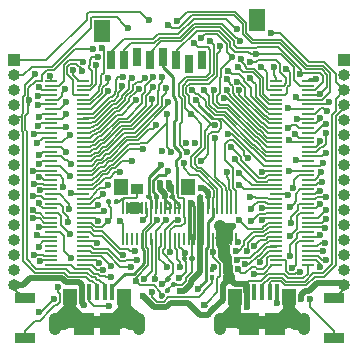
<source format=gbr>
G04 #@! TF.GenerationSoftware,KiCad,Pcbnew,5.1.7-a382d34a8~87~ubuntu18.04.1*
G04 #@! TF.CreationDate,2020-10-22T16:40:06+03:00*
G04 #@! TF.ProjectId,FreeSmart157AAC_29mm_module,46726565-536d-4617-9274-313537414143,rev?*
G04 #@! TF.SameCoordinates,Original*
G04 #@! TF.FileFunction,Copper,L2,Bot*
G04 #@! TF.FilePolarity,Positive*
%FSLAX46Y46*%
G04 Gerber Fmt 4.6, Leading zero omitted, Abs format (unit mm)*
G04 Created by KiCad (PCBNEW 5.1.7-a382d34a8~87~ubuntu18.04.1) date 2020-10-22 16:40:06*
%MOMM*%
%LPD*%
G01*
G04 APERTURE LIST*
G04 #@! TA.AperFunction,SMDPad,CuDef*
%ADD10R,1.700000X0.900000*%
G04 #@! TD*
G04 #@! TA.AperFunction,SMDPad,CuDef*
%ADD11R,0.200000X1.140000*%
G04 #@! TD*
G04 #@! TA.AperFunction,SMDPad,CuDef*
%ADD12R,1.000000X0.950000*%
G04 #@! TD*
G04 #@! TA.AperFunction,SMDPad,CuDef*
%ADD13R,0.800000X1.500000*%
G04 #@! TD*
G04 #@! TA.AperFunction,SMDPad,CuDef*
%ADD14R,1.300000X1.400000*%
G04 #@! TD*
G04 #@! TA.AperFunction,SMDPad,CuDef*
%ADD15R,1.400000X1.900000*%
G04 #@! TD*
G04 #@! TA.AperFunction,SMDPad,CuDef*
%ADD16R,1.150000X1.450000*%
G04 #@! TD*
G04 #@! TA.AperFunction,ComponentPad*
%ADD17O,1.050000X1.900000*%
G04 #@! TD*
G04 #@! TA.AperFunction,SMDPad,CuDef*
%ADD18R,1.750000X1.900000*%
G04 #@! TD*
G04 #@! TA.AperFunction,SMDPad,CuDef*
%ADD19R,0.400000X1.400000*%
G04 #@! TD*
G04 #@! TA.AperFunction,ComponentPad*
%ADD20R,1.000000X1.000000*%
G04 #@! TD*
G04 #@! TA.AperFunction,ComponentPad*
%ADD21O,1.000000X1.000000*%
G04 #@! TD*
G04 #@! TA.AperFunction,SMDPad,CuDef*
%ADD22R,1.140000X0.200000*%
G04 #@! TD*
G04 #@! TA.AperFunction,ViaPad*
%ADD23C,0.600000*%
G04 #@! TD*
G04 #@! TA.AperFunction,Conductor*
%ADD24C,0.152400*%
G04 #@! TD*
G04 #@! TA.AperFunction,Conductor*
%ADD25C,0.250000*%
G04 #@! TD*
G04 #@! TA.AperFunction,Conductor*
%ADD26C,1.000000*%
G04 #@! TD*
G04 #@! TA.AperFunction,Conductor*
%ADD27C,0.500000*%
G04 #@! TD*
G04 #@! TA.AperFunction,Conductor*
%ADD28C,0.800000*%
G04 #@! TD*
G04 APERTURE END LIST*
D10*
X13100000Y-10600000D03*
X13100000Y-14000000D03*
X-13100000Y-10600000D03*
X-13100000Y-14000000D03*
G04 #@! TA.AperFunction,SMDPad,CuDef*
G36*
G01*
X2850000Y-9060000D02*
X2650000Y-9060000D01*
G75*
G02*
X2550000Y-8960000I0J100000D01*
G01*
X2550000Y-8700000D01*
G75*
G02*
X2650000Y-8600000I100000J0D01*
G01*
X2850000Y-8600000D01*
G75*
G02*
X2950000Y-8700000I0J-100000D01*
G01*
X2950000Y-8960000D01*
G75*
G02*
X2850000Y-9060000I-100000J0D01*
G01*
G37*
G04 #@! TD.AperFunction*
G04 #@! TA.AperFunction,SMDPad,CuDef*
G36*
G01*
X2850000Y-8420000D02*
X2650000Y-8420000D01*
G75*
G02*
X2550000Y-8320000I0J100000D01*
G01*
X2550000Y-8060000D01*
G75*
G02*
X2650000Y-7960000I100000J0D01*
G01*
X2850000Y-7960000D01*
G75*
G02*
X2950000Y-8060000I0J-100000D01*
G01*
X2950000Y-8320000D01*
G75*
G02*
X2850000Y-8420000I-100000J0D01*
G01*
G37*
G04 #@! TD.AperFunction*
D11*
X4800000Y-5600000D03*
X4800000Y-2960000D03*
X4400000Y-5600000D03*
X4400000Y-2960000D03*
X4000000Y-5600000D03*
X4000000Y-2960000D03*
X3600000Y-5600000D03*
X3600000Y-2960000D03*
X3200000Y-5600000D03*
X3200000Y-2960000D03*
X2800000Y-5600000D03*
X2800000Y-2960000D03*
X2400000Y-5600000D03*
X2400000Y-2960000D03*
X2000000Y-5600000D03*
X2000000Y-2960000D03*
X1600000Y-5600000D03*
X1600000Y-2960000D03*
X1200000Y-5600000D03*
X1200000Y-2960000D03*
X800000Y-5600000D03*
X800000Y-2960000D03*
X400000Y-5600000D03*
X400000Y-2960000D03*
X0Y-5600000D03*
X0Y-2960000D03*
X-400000Y-5600000D03*
X-400000Y-2960000D03*
X-800000Y-5600000D03*
X-800000Y-2960000D03*
X-1200000Y-5600000D03*
X-1200000Y-2960000D03*
X-1600000Y-5600000D03*
X-1600000Y-2960000D03*
X-2000000Y-5600000D03*
X-2000000Y-2960000D03*
X-2400000Y-5600000D03*
X-2400000Y-2960000D03*
X-2800000Y-5600000D03*
X-2800000Y-2960000D03*
X-3200000Y-5600000D03*
X-3200000Y-2960000D03*
X-3600000Y-5600000D03*
X-3600000Y-2960000D03*
X-4000000Y-5600000D03*
X-4000000Y-2960000D03*
X-4400000Y-5600000D03*
X-4400000Y-2960000D03*
X-4800000Y-5600000D03*
X-4800000Y-2960000D03*
D12*
X-3560000Y-1386000D03*
D13*
X-5760000Y9594000D03*
X-4660000Y9594000D03*
X-3560000Y9794000D03*
X-2460000Y9594000D03*
X-1360000Y9794000D03*
X-260000Y9594000D03*
X840000Y9194000D03*
X1940000Y9594000D03*
D14*
X-4950000Y-1166000D03*
X750000Y-1166000D03*
D15*
X-6550000Y11984000D03*
X6600000Y12984000D03*
G04 #@! TA.AperFunction,SMDPad,CuDef*
G36*
G01*
X-390000Y-1930000D02*
X-390000Y-2130000D01*
G75*
G02*
X-490000Y-2230000I-100000J0D01*
G01*
X-750000Y-2230000D01*
G75*
G02*
X-850000Y-2130000I0J100000D01*
G01*
X-850000Y-1930000D01*
G75*
G02*
X-750000Y-1830000I100000J0D01*
G01*
X-490000Y-1830000D01*
G75*
G02*
X-390000Y-1930000I0J-100000D01*
G01*
G37*
G04 #@! TD.AperFunction*
G04 #@! TA.AperFunction,SMDPad,CuDef*
G36*
G01*
X-1030000Y-1930000D02*
X-1030000Y-2130000D01*
G75*
G02*
X-1130000Y-2230000I-100000J0D01*
G01*
X-1390000Y-2230000D01*
G75*
G02*
X-1490000Y-2130000I0J100000D01*
G01*
X-1490000Y-1930000D01*
G75*
G02*
X-1390000Y-1830000I100000J0D01*
G01*
X-1130000Y-1830000D01*
G75*
G02*
X-1030000Y-1930000I0J-100000D01*
G01*
G37*
G04 #@! TD.AperFunction*
G04 #@! TA.AperFunction,SMDPad,CuDef*
G36*
G01*
X-2820000Y-2130000D02*
X-2820000Y-1930000D01*
G75*
G02*
X-2720000Y-1830000I100000J0D01*
G01*
X-2460000Y-1830000D01*
G75*
G02*
X-2360000Y-1930000I0J-100000D01*
G01*
X-2360000Y-2130000D01*
G75*
G02*
X-2460000Y-2230000I-100000J0D01*
G01*
X-2720000Y-2230000D01*
G75*
G02*
X-2820000Y-2130000I0J100000D01*
G01*
G37*
G04 #@! TD.AperFunction*
G04 #@! TA.AperFunction,SMDPad,CuDef*
G36*
G01*
X-2180000Y-2130000D02*
X-2180000Y-1930000D01*
G75*
G02*
X-2080000Y-1830000I100000J0D01*
G01*
X-1820000Y-1830000D01*
G75*
G02*
X-1720000Y-1930000I0J-100000D01*
G01*
X-1720000Y-2130000D01*
G75*
G02*
X-1820000Y-2230000I-100000J0D01*
G01*
X-2080000Y-2230000D01*
G75*
G02*
X-2180000Y-2130000I0J100000D01*
G01*
G37*
G04 #@! TD.AperFunction*
G04 #@! TA.AperFunction,SMDPad,CuDef*
G36*
G01*
X1550000Y-2130000D02*
X1550000Y-1930000D01*
G75*
G02*
X1650000Y-1830000I100000J0D01*
G01*
X1910000Y-1830000D01*
G75*
G02*
X2010000Y-1930000I0J-100000D01*
G01*
X2010000Y-2130000D01*
G75*
G02*
X1910000Y-2230000I-100000J0D01*
G01*
X1650000Y-2230000D01*
G75*
G02*
X1550000Y-2130000I0J100000D01*
G01*
G37*
G04 #@! TD.AperFunction*
G04 #@! TA.AperFunction,SMDPad,CuDef*
G36*
G01*
X2190000Y-2130000D02*
X2190000Y-1930000D01*
G75*
G02*
X2290000Y-1830000I100000J0D01*
G01*
X2550000Y-1830000D01*
G75*
G02*
X2650000Y-1930000I0J-100000D01*
G01*
X2650000Y-2130000D01*
G75*
G02*
X2550000Y-2230000I-100000J0D01*
G01*
X2290000Y-2230000D01*
G75*
G02*
X2190000Y-2130000I0J100000D01*
G01*
G37*
G04 #@! TD.AperFunction*
D16*
X-4665000Y-10527000D03*
X-9305000Y-10527000D03*
D17*
X-10560000Y-12757000D03*
X-3410000Y-12757000D03*
D18*
X-5860000Y-12757000D03*
D19*
X-6985000Y-10107000D03*
X-7635000Y-10107000D03*
X-8285000Y-10107000D03*
X-5685000Y-10107000D03*
X-6335000Y-10107000D03*
D18*
X-8110000Y-12757000D03*
G04 #@! TA.AperFunction,SMDPad,CuDef*
G36*
G01*
X-1558198Y-10639620D02*
X-1699620Y-10498198D01*
G75*
G02*
X-1699620Y-10356776I70711J70711D01*
G01*
X-1515772Y-10172928D01*
G75*
G02*
X-1374350Y-10172928I70711J-70711D01*
G01*
X-1232928Y-10314350D01*
G75*
G02*
X-1232928Y-10455772I-70711J-70711D01*
G01*
X-1416776Y-10639620D01*
G75*
G02*
X-1558198Y-10639620I-70711J70711D01*
G01*
G37*
G04 #@! TD.AperFunction*
G04 #@! TA.AperFunction,SMDPad,CuDef*
G36*
G01*
X-1105650Y-10187072D02*
X-1247072Y-10045650D01*
G75*
G02*
X-1247072Y-9904228I70711J70711D01*
G01*
X-1063224Y-9720380D01*
G75*
G02*
X-921802Y-9720380I70711J-70711D01*
G01*
X-780380Y-9861802D01*
G75*
G02*
X-780380Y-10003224I-70711J-70711D01*
G01*
X-964228Y-10187072D01*
G75*
G02*
X-1105650Y-10187072I-70711J70711D01*
G01*
G37*
G04 #@! TD.AperFunction*
G04 #@! TA.AperFunction,SMDPad,CuDef*
G36*
G01*
X-1189620Y-8881802D02*
X-1048198Y-8740380D01*
G75*
G02*
X-906776Y-8740380I70711J-70711D01*
G01*
X-722928Y-8924228D01*
G75*
G02*
X-722928Y-9065650I-70711J-70711D01*
G01*
X-864350Y-9207072D01*
G75*
G02*
X-1005772Y-9207072I-70711J70711D01*
G01*
X-1189620Y-9023224D01*
G75*
G02*
X-1189620Y-8881802I70711J70711D01*
G01*
G37*
G04 #@! TD.AperFunction*
G04 #@! TA.AperFunction,SMDPad,CuDef*
G36*
G01*
X-737072Y-9334350D02*
X-595650Y-9192928D01*
G75*
G02*
X-454228Y-9192928I70711J-70711D01*
G01*
X-270380Y-9376776D01*
G75*
G02*
X-270380Y-9518198I-70711J-70711D01*
G01*
X-411802Y-9659620D01*
G75*
G02*
X-553224Y-9659620I-70711J70711D01*
G01*
X-737072Y-9475772D01*
G75*
G02*
X-737072Y-9334350I70711J70711D01*
G01*
G37*
G04 #@! TD.AperFunction*
G04 #@! TA.AperFunction,SMDPad,CuDef*
G36*
G01*
X-5120000Y-2340000D02*
X-5120000Y-2540000D01*
G75*
G02*
X-5220000Y-2640000I-100000J0D01*
G01*
X-5480000Y-2640000D01*
G75*
G02*
X-5580000Y-2540000I0J100000D01*
G01*
X-5580000Y-2340000D01*
G75*
G02*
X-5480000Y-2240000I100000J0D01*
G01*
X-5220000Y-2240000D01*
G75*
G02*
X-5120000Y-2340000I0J-100000D01*
G01*
G37*
G04 #@! TD.AperFunction*
G04 #@! TA.AperFunction,SMDPad,CuDef*
G36*
G01*
X-5760000Y-2340000D02*
X-5760000Y-2540000D01*
G75*
G02*
X-5860000Y-2640000I-100000J0D01*
G01*
X-6120000Y-2640000D01*
G75*
G02*
X-6220000Y-2540000I0J100000D01*
G01*
X-6220000Y-2340000D01*
G75*
G02*
X-6120000Y-2240000I100000J0D01*
G01*
X-5860000Y-2240000D01*
G75*
G02*
X-5760000Y-2340000I0J-100000D01*
G01*
G37*
G04 #@! TD.AperFunction*
G04 #@! TA.AperFunction,SMDPad,CuDef*
G36*
G01*
X1940380Y-11141802D02*
X2081802Y-11000380D01*
G75*
G02*
X2223224Y-11000380I70711J-70711D01*
G01*
X2407072Y-11184228D01*
G75*
G02*
X2407072Y-11325650I-70711J-70711D01*
G01*
X2265650Y-11467072D01*
G75*
G02*
X2124228Y-11467072I-70711J70711D01*
G01*
X1940380Y-11283224D01*
G75*
G02*
X1940380Y-11141802I70711J70711D01*
G01*
G37*
G04 #@! TD.AperFunction*
G04 #@! TA.AperFunction,SMDPad,CuDef*
G36*
G01*
X2392928Y-11594350D02*
X2534350Y-11452928D01*
G75*
G02*
X2675772Y-11452928I70711J-70711D01*
G01*
X2859620Y-11636776D01*
G75*
G02*
X2859620Y-11778198I-70711J-70711D01*
G01*
X2718198Y-11919620D01*
G75*
G02*
X2576776Y-11919620I-70711J70711D01*
G01*
X2392928Y-11735772D01*
G75*
G02*
X2392928Y-11594350I70711J70711D01*
G01*
G37*
G04 #@! TD.AperFunction*
G04 #@! TA.AperFunction,SMDPad,CuDef*
G36*
G01*
X200000Y-7340000D02*
X200000Y-7140000D01*
G75*
G02*
X300000Y-7040000I100000J0D01*
G01*
X560000Y-7040000D01*
G75*
G02*
X660000Y-7140000I0J-100000D01*
G01*
X660000Y-7340000D01*
G75*
G02*
X560000Y-7440000I-100000J0D01*
G01*
X300000Y-7440000D01*
G75*
G02*
X200000Y-7340000I0J100000D01*
G01*
G37*
G04 #@! TD.AperFunction*
G04 #@! TA.AperFunction,SMDPad,CuDef*
G36*
G01*
X840000Y-7340000D02*
X840000Y-7140000D01*
G75*
G02*
X940000Y-7040000I100000J0D01*
G01*
X1200000Y-7040000D01*
G75*
G02*
X1300000Y-7140000I0J-100000D01*
G01*
X1300000Y-7340000D01*
G75*
G02*
X1200000Y-7440000I-100000J0D01*
G01*
X940000Y-7440000D01*
G75*
G02*
X840000Y-7340000I0J100000D01*
G01*
G37*
G04 #@! TD.AperFunction*
D20*
X13970000Y9525000D03*
D21*
X13970000Y8255000D03*
X13970000Y6985000D03*
X13970000Y5715000D03*
X13970000Y4445000D03*
X13970000Y3175000D03*
X13970000Y1905000D03*
X13970000Y635000D03*
X13970000Y-635000D03*
X13970000Y-1905000D03*
X13970000Y-3175000D03*
X13970000Y-4445000D03*
X13970000Y-5715000D03*
X13970000Y-6985000D03*
X13970000Y-8255000D03*
X13970000Y-9525000D03*
X-13970000Y-9525000D03*
X-13970000Y-8255000D03*
X-13970000Y-6985000D03*
X-13970000Y-5715000D03*
X-13970000Y-4445000D03*
X-13970000Y-3175000D03*
X-13970000Y-1905000D03*
X-13970000Y-635000D03*
X-13970000Y635000D03*
X-13970000Y1905000D03*
X-13970000Y3175000D03*
X-13970000Y4445000D03*
X-13970000Y5715000D03*
X-13970000Y6985000D03*
X-13970000Y8255000D03*
D20*
X-13970000Y9525000D03*
D22*
X8205000Y-7800000D03*
X10845000Y-7800000D03*
X8205000Y-7400000D03*
X10845000Y-7400000D03*
X8205000Y-7000000D03*
X10845000Y-7000000D03*
X8205000Y-6600000D03*
X10845000Y-6600000D03*
X8205000Y-6200000D03*
X10845000Y-6200000D03*
X8205000Y-5800000D03*
X10845000Y-5800000D03*
X8205000Y-5400000D03*
X10845000Y-5400000D03*
X8205000Y-5000000D03*
X10845000Y-5000000D03*
X8205000Y-4600000D03*
X10845000Y-4600000D03*
X8205000Y-4200000D03*
X10845000Y-4200000D03*
X8205000Y-3800000D03*
X10845000Y-3800000D03*
X8205000Y-3400000D03*
X10845000Y-3400000D03*
X8205000Y-3000000D03*
X10845000Y-3000000D03*
X8205000Y-2600000D03*
X10845000Y-2600000D03*
X8205000Y-2200000D03*
X10845000Y-2200000D03*
X8205000Y-1800000D03*
X10845000Y-1800000D03*
X8205000Y-1400000D03*
X10845000Y-1400000D03*
X8205000Y-1000000D03*
X10845000Y-1000000D03*
X8205000Y-600000D03*
X10845000Y-600000D03*
X8205000Y-200000D03*
X10845000Y-200000D03*
X8205000Y200000D03*
X10845000Y200000D03*
X8205000Y600000D03*
X10845000Y600000D03*
X8205000Y1000000D03*
X10845000Y1000000D03*
X8205000Y1400000D03*
X10845000Y1400000D03*
X8205000Y1800000D03*
X10845000Y1800000D03*
X8205000Y2200000D03*
X10845000Y2200000D03*
X8205000Y2600000D03*
X10845000Y2600000D03*
X8205000Y3000000D03*
X10845000Y3000000D03*
X8205000Y3400000D03*
X10845000Y3400000D03*
X8205000Y3800000D03*
X10845000Y3800000D03*
X8205000Y4200000D03*
X10845000Y4200000D03*
X8205000Y4600000D03*
X10845000Y4600000D03*
X8205000Y5000000D03*
X10845000Y5000000D03*
X8205000Y5400000D03*
X10845000Y5400000D03*
X8205000Y5800000D03*
X10845000Y5800000D03*
X8205000Y6200000D03*
X10845000Y6200000D03*
X8205000Y6600000D03*
X10845000Y6600000D03*
X8205000Y7000000D03*
X10845000Y7000000D03*
X8205000Y7400000D03*
X10845000Y7400000D03*
X8205000Y7800000D03*
X10845000Y7800000D03*
X-8205000Y7800000D03*
X-10845000Y7800000D03*
X-8205000Y7400000D03*
X-10845000Y7400000D03*
X-8205000Y7000000D03*
X-10845000Y7000000D03*
X-8205000Y6600000D03*
X-10845000Y6600000D03*
X-8205000Y6200000D03*
X-10845000Y6200000D03*
X-8205000Y5800000D03*
X-10845000Y5800000D03*
X-8205000Y5400000D03*
X-10845000Y5400000D03*
X-8205000Y5000000D03*
X-10845000Y5000000D03*
X-8205000Y4600000D03*
X-10845000Y4600000D03*
X-8205000Y4200000D03*
X-10845000Y4200000D03*
X-8205000Y3800000D03*
X-10845000Y3800000D03*
X-8205000Y3400000D03*
X-10845000Y3400000D03*
X-8205000Y3000000D03*
X-10845000Y3000000D03*
X-8205000Y2600000D03*
X-10845000Y2600000D03*
X-8205000Y2200000D03*
X-10845000Y2200000D03*
X-8205000Y1800000D03*
X-10845000Y1800000D03*
X-8205000Y1400000D03*
X-10845000Y1400000D03*
X-8205000Y1000000D03*
X-10845000Y1000000D03*
X-8205000Y600000D03*
X-10845000Y600000D03*
X-8205000Y200000D03*
X-10845000Y200000D03*
X-8205000Y-200000D03*
X-10845000Y-200000D03*
X-8205000Y-600000D03*
X-10845000Y-600000D03*
X-8205000Y-1000000D03*
X-10845000Y-1000000D03*
X-8205000Y-1400000D03*
X-10845000Y-1400000D03*
X-8205000Y-1800000D03*
X-10845000Y-1800000D03*
X-8205000Y-2200000D03*
X-10845000Y-2200000D03*
X-8205000Y-2600000D03*
X-10845000Y-2600000D03*
X-8205000Y-3000000D03*
X-10845000Y-3000000D03*
X-8205000Y-3400000D03*
X-10845000Y-3400000D03*
X-8205000Y-3800000D03*
X-10845000Y-3800000D03*
X-8205000Y-4200000D03*
X-10845000Y-4200000D03*
X-8205000Y-4600000D03*
X-10845000Y-4600000D03*
X-8205000Y-5000000D03*
X-10845000Y-5000000D03*
X-8205000Y-5400000D03*
X-10845000Y-5400000D03*
X-8205000Y-5800000D03*
X-10845000Y-5800000D03*
X-8205000Y-6200000D03*
X-10845000Y-6200000D03*
X-8205000Y-6600000D03*
X-10845000Y-6600000D03*
X-8205000Y-7000000D03*
X-10845000Y-7000000D03*
X-8205000Y-7400000D03*
X-10845000Y-7400000D03*
X-8205000Y-7800000D03*
X-10845000Y-7800000D03*
D18*
X5860000Y-12757000D03*
D19*
X7635000Y-10107000D03*
X8285000Y-10107000D03*
X5685000Y-10107000D03*
X6335000Y-10107000D03*
X6985000Y-10107000D03*
D18*
X8110000Y-12757000D03*
D17*
X10560000Y-12757000D03*
X3410000Y-12757000D03*
D16*
X4665000Y-10527000D03*
X9305000Y-10527000D03*
D23*
X-9222535Y-7166251D03*
X-12406960Y-3848407D03*
X-9240333Y-5193166D03*
X-9450000Y-4130000D03*
X-9310000Y-3072788D03*
X-12350000Y-930000D03*
X-9828608Y-1226446D03*
X-9227412Y-299150D03*
X-9223671Y758061D03*
X-9628490Y1793220D03*
X-12060000Y2520000D03*
X-9643189Y3919585D03*
X-9592704Y4976797D03*
X-9611093Y6034008D03*
X-9663783Y7091219D03*
X-11887520Y7290647D03*
X-11920806Y-6279235D03*
X-12026216Y-5286216D03*
X-11883221Y-4547517D03*
X-12406246Y-3095996D03*
X-11867412Y-2570775D03*
X-12390000Y-1990000D03*
X-11786110Y-1441246D03*
X-11864996Y-346700D03*
X-12391139Y191164D03*
X-11864233Y753538D03*
X-11867511Y1505942D03*
X-9260000Y3250000D03*
X-12350000Y3330000D03*
X-11967815Y3978119D03*
X-11902122Y4727658D03*
X-12010000Y5784870D03*
X-11970297Y6542802D03*
X-8129649Y9413831D03*
X-6460000Y-8231390D03*
X-6849429Y-7585922D03*
X-6999994Y-5919089D03*
X-6028074Y-4049526D03*
X-6886960Y-4028067D03*
X-6350000Y-3230000D03*
X-6874377Y-2685032D03*
X-6510000Y-1810000D03*
X-6070000Y-980000D03*
X-9176769Y-1707986D03*
X-5025311Y52436D03*
X-4051578Y991780D03*
X-3080906Y1999997D03*
X-1964052Y4040714D03*
X-8234703Y8621160D03*
X-7075729Y9101201D03*
X-6938722Y9841034D03*
X-5770000Y-8840000D03*
X-5781068Y-7894169D03*
X-6008197Y6961834D03*
X-6080906Y7999996D03*
X-6562743Y10550093D03*
X-11798132Y-7438351D03*
X-4095740Y-7932530D03*
X-4820084Y-6928949D03*
X-3987045Y8065917D03*
X-4840000Y7350001D03*
X-2956228Y8033634D03*
X-12346965Y-6923661D03*
X-3582950Y-7356145D03*
X-3741097Y-6620541D03*
X-3679250Y6133746D03*
X-3406690Y7147193D03*
X-2317227Y6266765D03*
X-2223854Y7246248D03*
X-2205484Y8083718D03*
X-955204Y6009611D03*
X-1166643Y7154356D03*
X-1447854Y8155992D03*
X1380000Y6180000D03*
X1823691Y980298D03*
X2919089Y-7999995D03*
X1093713Y7010463D03*
X2071384Y7008137D03*
X5080908Y-4000004D03*
X4936089Y-8171906D03*
X4860173Y-7372518D03*
X4790000Y-6622414D03*
X10233432Y-8352532D03*
X5588644Y-7705216D03*
X5741566Y-6648005D03*
X5967923Y8007902D03*
X4989504Y8931309D03*
X5208688Y9651088D03*
X6287564Y-8522336D03*
X6842341Y-7546950D03*
X6335900Y-6160000D03*
X6963784Y-4008174D03*
X6090000Y-4110000D03*
X7028312Y-2950724D03*
X6033521Y-3043887D03*
X6013525Y-2065278D03*
X9157565Y-1858503D03*
X5080908Y-999997D03*
X5064749Y-13998D03*
X4672789Y1143206D03*
X4378610Y2196216D03*
X7000003Y80908D03*
X4130000Y3308622D03*
X6908401Y9008772D03*
X6006762Y9392914D03*
X9540009Y-8060488D03*
X11894098Y-5286705D03*
X12334647Y-4676754D03*
X12369676Y-3173031D03*
X11867414Y-2600000D03*
X12399992Y-2049146D03*
X9360000Y-2917211D03*
X12020161Y69526D03*
X9247522Y144272D03*
X9895012Y1054469D03*
X12407409Y3377097D03*
X9281390Y2762022D03*
X12394976Y4132858D03*
X11879667Y4681109D03*
X12487407Y5225392D03*
X9370347Y-7003277D03*
X12374978Y-3925424D03*
X9360002Y-5336444D03*
X9451931Y-4279233D03*
X11900282Y-1486640D03*
X12084157Y-757042D03*
X9593419Y-1245189D03*
X12170000Y870000D03*
X12403715Y1725634D03*
X11900000Y2720000D03*
X9813744Y3293739D03*
X9227412Y3775881D03*
X9935285Y4598781D03*
X9227412Y5497828D03*
X-4738556Y8107234D03*
X2944574Y7050001D03*
X-3470002Y10350000D03*
X-4030000Y-3030000D03*
X3410000Y-4500000D03*
X4507221Y-4500000D03*
X-3049934Y-10397371D03*
X5728015Y-11354598D03*
X10332412Y-10699779D03*
X-8100000Y-11220000D03*
X11900266Y-7977970D03*
X12175940Y-6624338D03*
X12376234Y-7349601D03*
X12342823Y-5890667D03*
X510000Y-6750000D03*
X4Y-8919095D03*
X952402Y-2530000D03*
X980494Y-5399991D03*
X5790000Y1230000D03*
X4007547Y59921D03*
X3046126Y2968657D03*
X3441953Y10718047D03*
X3020000Y4025868D03*
X2550000Y11180000D03*
X977939Y5014737D03*
X-4999998Y-4080907D03*
X11084602Y-10681514D03*
X2852034Y-6712637D03*
X2100000Y-11210000D03*
X-2984674Y-8938756D03*
X-1037301Y-7959946D03*
X20000Y-7970000D03*
X-1919092Y-4000004D03*
X-3716005Y-9115616D03*
X-10297968Y-9623513D03*
X-1101037Y-3982403D03*
X-2075940Y-8995796D03*
X-100193Y-3984459D03*
X-1453302Y-9418225D03*
X-10640000Y-10680000D03*
X-11870000Y-11740000D03*
X-3048663Y-3979489D03*
X-1638550Y-886133D03*
X-843442Y-809254D03*
X-1539946Y693193D03*
X1852402Y-1254239D03*
X360000Y810000D03*
X8272280Y-10985198D03*
X1557147Y-9808512D03*
X-12212475Y8343039D03*
X-10968518Y8178518D03*
X-7350500Y10470765D03*
X-8978751Y8733032D03*
X-12722452Y6165340D03*
X3779700Y6315130D03*
X4001785Y7064267D03*
X4000004Y7919092D03*
X5058996Y6980784D03*
X4887158Y7733179D03*
X4146330Y8657138D03*
X11563436Y7936957D03*
X7731768Y11815892D03*
X7965613Y8961325D03*
X4972846Y-5884383D03*
X-960000Y160000D03*
X-1476429Y1848014D03*
X557212Y2542219D03*
X1309975Y2532820D03*
X-1028765Y4951183D03*
X-4370000Y12230000D03*
X1207246Y11020266D03*
X-719887Y1742660D03*
X667331Y1794867D03*
X-2620000Y12930000D03*
X1839624Y11427969D03*
X4467330Y9782458D03*
X4836551Y12146551D03*
X12679998Y5970018D03*
X1852680Y9854487D03*
X-202084Y12832084D03*
X9825548Y6448339D03*
X5146834Y11141604D03*
X9029082Y8839082D03*
X721653Y9760779D03*
X-970000Y12560000D03*
X11863791Y6677175D03*
X10201413Y8346387D03*
X6469120Y10032349D03*
X-5945547Y-11255342D03*
X-2300000Y-10110000D03*
X-1400000Y9772590D03*
X-780000Y-6690000D03*
X37977Y-9976299D03*
D24*
X-9780910Y-5341690D02*
X-9780910Y-6607876D01*
X-9522534Y-6866252D02*
X-9222535Y-7166251D01*
X-10845000Y-5000000D02*
X-10122600Y-5000000D01*
X-9780910Y-6607876D02*
X-9522534Y-6866252D01*
X-10122600Y-5000000D02*
X-9780910Y-5341690D01*
X-11473177Y-4200000D02*
X-11824770Y-3848407D01*
X-10845000Y-4200000D02*
X-11473177Y-4200000D01*
X-11982696Y-3848407D02*
X-12406960Y-3848407D01*
X-11824770Y-3848407D02*
X-11982696Y-3848407D01*
X-9540332Y-4893167D02*
X-9240333Y-5193166D01*
X-10243397Y-3400000D02*
X-10038601Y-3604796D01*
X-10038601Y-4394898D02*
X-9540332Y-4893167D01*
X-10038601Y-3604796D02*
X-10038601Y-4394898D01*
X-10845000Y-3400000D02*
X-10243397Y-3400000D01*
X-10122600Y-2600000D02*
X-9848601Y-2873999D01*
X-9848601Y-3307135D02*
X-9450000Y-3705736D01*
X-9450000Y-3705736D02*
X-9450000Y-4130000D01*
X-9848601Y-2873999D02*
X-9848601Y-3307135D01*
X-10845000Y-2600000D02*
X-10122600Y-2600000D01*
X-10845000Y-1800000D02*
X-10122600Y-1800000D01*
X-9310000Y-2612600D02*
X-9310000Y-3072788D01*
X-10122600Y-1800000D02*
X-9310000Y-2612600D01*
X-11532380Y-912644D02*
X-11908380Y-912644D01*
X-11445024Y-1000000D02*
X-11532380Y-912644D01*
X-11925736Y-930000D02*
X-12350000Y-930000D01*
X-11908380Y-912644D02*
X-11925736Y-930000D01*
X-10845000Y-1000000D02*
X-11445024Y-1000000D01*
X-10122600Y-200000D02*
X-9828608Y-493992D01*
X-9828608Y-493992D02*
X-9828608Y-802182D01*
X-10845000Y-200000D02*
X-10122600Y-200000D01*
X-9828608Y-802182D02*
X-9828608Y-1226446D01*
X-10845000Y600000D02*
X-10122600Y600000D01*
X-9227412Y-295188D02*
X-9227412Y-299150D01*
X-10122600Y600000D02*
X-9227412Y-295188D01*
X-9652330Y1058060D02*
X-9523670Y1058060D01*
X-9523670Y1058060D02*
X-9223671Y758061D01*
X-9994270Y1400000D02*
X-9652330Y1058060D01*
X-10845000Y1400000D02*
X-9994270Y1400000D01*
X-10845000Y2200000D02*
X-10035270Y2200000D01*
X-10035270Y2200000D02*
X-9628490Y1793220D01*
X-11580000Y3000000D02*
X-12060000Y2520000D01*
X-10845000Y3000000D02*
X-11580000Y3000000D01*
X-10845000Y3800000D02*
X-9762774Y3800000D01*
X-9762774Y3800000D02*
X-9643189Y3919585D01*
X-10845000Y4600000D02*
X-9969501Y4600000D01*
X-9892703Y4676798D02*
X-9592704Y4976797D01*
X-9969501Y4600000D02*
X-9892703Y4676798D01*
X-9611093Y5911507D02*
X-9611093Y6034008D01*
X-10845000Y5400000D02*
X-10122600Y5400000D01*
X-10122600Y5400000D02*
X-9611093Y5911507D01*
X-9963782Y6791220D02*
X-9663783Y7091219D01*
X-10242297Y6200000D02*
X-9963782Y6478515D01*
X-10845000Y6200000D02*
X-10242297Y6200000D01*
X-9963782Y6478515D02*
X-9963782Y6791220D01*
X-10845000Y7000000D02*
X-11596873Y7000000D01*
X-11596873Y7000000D02*
X-11887520Y7290647D01*
X-11567400Y-5800000D02*
X-11920806Y-6153406D01*
X-10845000Y-5800000D02*
X-11567400Y-5800000D01*
X-11920806Y-6153406D02*
X-11920806Y-6279235D01*
X-11912432Y-5400000D02*
X-12026216Y-5286216D01*
X-10845000Y-5400000D02*
X-11912432Y-5400000D01*
X-10845000Y-4600000D02*
X-11830738Y-4600000D01*
X-11830738Y-4600000D02*
X-11883221Y-4547517D01*
X-12106247Y-3395995D02*
X-12406246Y-3095996D01*
X-11442110Y-3800000D02*
X-11846115Y-3395995D01*
X-11846115Y-3395995D02*
X-12106247Y-3395995D01*
X-10845000Y-3800000D02*
X-11442110Y-3800000D01*
X-10845000Y-3000000D02*
X-11567400Y-3000000D01*
X-11567400Y-3000000D02*
X-11867412Y-2699988D01*
X-11867412Y-2699988D02*
X-11867412Y-2570775D01*
X-11965736Y-1990000D02*
X-12390000Y-1990000D01*
X-11686783Y-1990000D02*
X-11965736Y-1990000D01*
X-11476783Y-2200000D02*
X-11686783Y-1990000D01*
X-10845000Y-2200000D02*
X-11476783Y-2200000D01*
X-11744864Y-1400000D02*
X-11786110Y-1441246D01*
X-10845000Y-1400000D02*
X-11744864Y-1400000D01*
X-11699903Y-346700D02*
X-11864996Y-346700D01*
X-10845000Y-600000D02*
X-11446603Y-600000D01*
X-11446603Y-600000D02*
X-11699903Y-346700D01*
X-12382303Y200000D02*
X-12391139Y191164D01*
X-10845000Y200000D02*
X-12382303Y200000D01*
X-10845000Y1000000D02*
X-11617771Y1000000D01*
X-11617771Y1000000D02*
X-11864233Y753538D01*
X-10845000Y1800000D02*
X-11573453Y1800000D01*
X-11573453Y1800000D02*
X-11867511Y1505942D01*
X-10845000Y2600000D02*
X-9910000Y2600000D01*
X-9910000Y2600000D02*
X-9260000Y3250000D01*
X-10845000Y3400000D02*
X-12280000Y3400000D01*
X-12280000Y3400000D02*
X-12350000Y3330000D01*
X-10845000Y4200000D02*
X-11745934Y4200000D01*
X-11745934Y4200000D02*
X-11967815Y3978119D01*
X-10845000Y5000000D02*
X-11629780Y5000000D01*
X-11629780Y5000000D02*
X-11902122Y4727658D01*
X-10845000Y5800000D02*
X-11994870Y5800000D01*
X-11994870Y5800000D02*
X-12010000Y5784870D01*
X-10845000Y6600000D02*
X-11913099Y6600000D01*
X-11913099Y6600000D02*
X-11970297Y6542802D01*
X-9812164Y9113018D02*
X-9358737Y9566445D01*
X-10845000Y7400000D02*
X-10165509Y7400000D01*
X-10165509Y7400000D02*
X-9812164Y7753345D01*
X-9358737Y9566445D02*
X-8282263Y9566445D01*
X-9812164Y7753345D02*
X-9812164Y9113018D01*
X-8282263Y9566445D02*
X-8129649Y9413831D01*
X-7417683Y-7800000D02*
X-6986293Y-8231390D01*
X-8205000Y-7800000D02*
X-7417683Y-7800000D01*
X-6986293Y-8231390D02*
X-6884264Y-8231390D01*
X-6884264Y-8231390D02*
X-6460000Y-8231390D01*
X-8205000Y-7400000D02*
X-7035351Y-7400000D01*
X-7035351Y-7400000D02*
X-6849429Y-7585922D01*
X-8205000Y-5800000D02*
X-7119083Y-5800000D01*
X-7119083Y-5800000D02*
X-6999994Y-5919089D01*
X-8205000Y-4200000D02*
X-7478934Y-4200000D01*
X-7478934Y-4200000D02*
X-7217157Y-4461777D01*
X-7199607Y-4461777D02*
X-7096195Y-4565189D01*
X-6543737Y-4565189D02*
X-6328073Y-4349525D01*
X-6328073Y-4349525D02*
X-6028074Y-4049526D01*
X-7096195Y-4565189D02*
X-6543737Y-4565189D01*
X-7217157Y-4461777D02*
X-7199607Y-4461777D01*
X-5821399Y-3842851D02*
X-6028074Y-4049526D01*
X-5821399Y-2976271D02*
X-5821399Y-3842851D01*
X-5990000Y-2807670D02*
X-5821399Y-2976271D01*
X-5990000Y-2440000D02*
X-5990000Y-2807670D01*
X-7115027Y-3800000D02*
X-6886960Y-4028067D01*
X-8205000Y-3800000D02*
X-7115027Y-3800000D01*
X-6520000Y-3400000D02*
X-6350000Y-3230000D01*
X-8205000Y-3400000D02*
X-6520000Y-3400000D01*
X-8205000Y-3000000D02*
X-7189345Y-3000000D01*
X-7189345Y-3000000D02*
X-6874377Y-2685032D01*
X-6809999Y-2109999D02*
X-6510000Y-1810000D01*
X-8205000Y-2600000D02*
X-7544264Y-2600000D01*
X-7054263Y-2109999D02*
X-6809999Y-2109999D01*
X-7544264Y-2600000D02*
X-7054263Y-2109999D01*
X-6341399Y-1251399D02*
X-6070000Y-980000D01*
X-8205000Y-2200000D02*
X-7602742Y-2200000D01*
X-7028601Y-1526271D02*
X-6753729Y-1251399D01*
X-7028601Y-1625859D02*
X-7028601Y-1526271D01*
X-7602742Y-2200000D02*
X-7028601Y-1625859D01*
X-6753729Y-1251399D02*
X-6341399Y-1251399D01*
X-9084755Y-1800000D02*
X-9176769Y-1707986D01*
X-8205000Y-1800000D02*
X-9084755Y-1800000D01*
X-6307860Y-417266D02*
X-5919277Y-417266D01*
X-7333397Y-1400000D02*
X-6879985Y-946588D01*
X-6837182Y-946588D02*
X-6307860Y-417266D01*
X-5919277Y-417266D02*
X-5449575Y52436D01*
X-5449575Y52436D02*
X-5025311Y52436D01*
X-8205000Y-1400000D02*
X-7333397Y-1400000D01*
X-6879985Y-946588D02*
X-6837182Y-946588D01*
X-7364463Y-1000000D02*
X-7006241Y-641777D01*
X-4475842Y991780D02*
X-4051578Y991780D01*
X-4859287Y991780D02*
X-4475842Y991780D01*
X-6173522Y-112455D02*
X-5675344Y385723D01*
X-5675344Y385723D02*
X-5465344Y385723D01*
X-6434116Y-112455D02*
X-6173522Y-112455D01*
X-8205000Y-1000000D02*
X-7364463Y-1000000D01*
X-6963438Y-641777D02*
X-6434116Y-112455D01*
X-7006241Y-641777D02*
X-6963438Y-641777D01*
X-5465344Y385723D02*
X-4859287Y991780D01*
X-7089694Y-336966D02*
X-6560372Y192356D01*
X-6560372Y192356D02*
X-6299778Y192356D01*
X-5591600Y690534D02*
X-4282137Y1999997D01*
X-4282137Y1999997D02*
X-3505170Y1999997D01*
X-6299778Y192356D02*
X-5801600Y690534D01*
X-8205000Y-600000D02*
X-7395531Y-600000D01*
X-7132497Y-336966D02*
X-7089694Y-336966D01*
X-7395531Y-600000D02*
X-7132497Y-336966D01*
X-3505170Y1999997D02*
X-3080906Y1999997D01*
X-5801600Y690534D02*
X-5591600Y690534D01*
X-7385009Y272656D02*
X-7342206Y272656D01*
X-5874480Y1300156D02*
X-4402360Y2772276D01*
X-4402360Y2772276D02*
X-3522032Y2772276D01*
X-7457665Y200000D02*
X-7385009Y272656D01*
X-7342206Y272656D02*
X-6812884Y801978D01*
X-2264051Y3740715D02*
X-1964052Y4040714D01*
X-8205000Y200000D02*
X-7457665Y200000D01*
X-6054112Y1300156D02*
X-5874480Y1300156D01*
X-6812884Y801978D02*
X-6552290Y801978D01*
X-3522032Y2772276D02*
X-2553593Y3740715D01*
X-6552290Y801978D02*
X-6054112Y1300156D01*
X-2553593Y3740715D02*
X-2264051Y3740715D01*
X-9507353Y8986762D02*
X-9232481Y9261634D01*
X-9507353Y8395023D02*
X-9507353Y8986762D01*
X-8725021Y9261634D02*
X-8234703Y8771316D01*
X-8234703Y8771316D02*
X-8234703Y8621160D01*
X-8205000Y6600000D02*
X-8927400Y6600000D01*
X-8927400Y6600000D02*
X-9011399Y6683999D01*
X-9232481Y9261634D02*
X-8725021Y9261634D01*
X-9011399Y7899069D02*
X-9507353Y8395023D01*
X-9011399Y6683999D02*
X-9011399Y7899069D01*
X-7565168Y7000000D02*
X-7138223Y7426945D01*
X-7138223Y7446241D02*
X-7075729Y7508735D01*
X-7138223Y7426945D02*
X-7138223Y7446241D01*
X-7075729Y8676937D02*
X-7075729Y9101201D01*
X-7075729Y7508735D02*
X-7075729Y8676937D01*
X-8205000Y7000000D02*
X-7565168Y7000000D01*
X-7362986Y9841034D02*
X-6938722Y9841034D01*
X-7443034Y7553201D02*
X-7443034Y7572497D01*
X-7601048Y9602972D02*
X-7362986Y9841034D01*
X-8205000Y7400000D02*
X-7596235Y7400000D01*
X-7389999Y8652531D02*
X-7619719Y8882251D01*
X-7601048Y9160102D02*
X-7601048Y9602972D01*
X-7596235Y7400000D02*
X-7443034Y7553201D01*
X-7619719Y8882251D02*
X-7619719Y9141431D01*
X-7443034Y7572497D02*
X-7389999Y7625532D01*
X-7619719Y9141431D02*
X-7601048Y9160102D01*
X-7389999Y7625532D02*
X-7389999Y8652531D01*
X-6713729Y-8759991D02*
X-6274273Y-8759991D01*
X-7618232Y-8161768D02*
X-7240000Y-8540000D01*
X-9219240Y-7781768D02*
X-8839241Y-8161768D01*
X-7240000Y-8540000D02*
X-6933720Y-8540000D01*
X-6933720Y-8540000D02*
X-6713729Y-8759991D01*
X-6194264Y-8840000D02*
X-5770000Y-8840000D01*
X-8839241Y-8161768D02*
X-7618232Y-8161768D01*
X-10122600Y-7800000D02*
X-10104368Y-7781768D01*
X-10104368Y-7781768D02*
X-9219240Y-7781768D01*
X-6274273Y-8759991D02*
X-6194264Y-8840000D01*
X-10845000Y-7800000D02*
X-10122600Y-7800000D01*
X-8205000Y-7000000D02*
X-8147686Y-7057314D01*
X-8147686Y-7057314D02*
X-6617923Y-7057314D01*
X-6617923Y-7057314D02*
X-6081067Y-7594170D01*
X-6081067Y-7594170D02*
X-5781068Y-7894169D01*
X-6008197Y6874403D02*
X-6008197Y6961834D01*
X-7482600Y5400000D02*
X-6008197Y6874403D01*
X-8205000Y5400000D02*
X-7482600Y5400000D01*
X-7542133Y5800000D02*
X-6538332Y6803801D01*
X-6080906Y7641381D02*
X-6080906Y7999996D01*
X-8205000Y5800000D02*
X-7542133Y5800000D01*
X-6538332Y6803801D02*
X-6538332Y7183955D01*
X-6538332Y7183955D02*
X-6080906Y7641381D01*
X-6843143Y7310605D02*
X-6609514Y7544233D01*
X-7573199Y6200000D02*
X-6843143Y6930056D01*
X-6609514Y8253733D02*
X-6410120Y8453127D01*
X-6410120Y10397470D02*
X-6562743Y10550093D01*
X-6843143Y6930056D02*
X-6843143Y7310605D01*
X-8205000Y6200000D02*
X-7573199Y6200000D01*
X-6410120Y8453127D02*
X-6410120Y10397470D01*
X-6609514Y7544233D02*
X-6609514Y8253733D01*
X-10845000Y-7400000D02*
X-11759781Y-7400000D01*
X-11759781Y-7400000D02*
X-11798132Y-7438351D01*
X-8205000Y-6600000D02*
X-7532495Y-6600000D01*
X-7379992Y-6752503D02*
X-6175165Y-6752503D01*
X-7532495Y-6600000D02*
X-7379992Y-6752503D01*
X-4520004Y-7932530D02*
X-4095740Y-7932530D01*
X-6175165Y-6752503D02*
X-4995138Y-7932530D01*
X-4995138Y-7932530D02*
X-4520004Y-7932530D01*
X-7591067Y-5000000D02*
X-7266256Y-5324811D01*
X-7266256Y-5324811D02*
X-6564222Y-5324811D01*
X-4960084Y-6928949D02*
X-4820084Y-6928949D01*
X-8205000Y-5000000D02*
X-7591067Y-5000000D01*
X-6564222Y-5324811D02*
X-4960084Y-6928949D01*
X-4878224Y6554931D02*
X-4287044Y7146111D01*
X-5664920Y5820386D02*
X-5397480Y5820386D01*
X-7316672Y4348266D02*
X-7137040Y4348266D01*
X-5397480Y5820386D02*
X-4878224Y6339642D01*
X-4287044Y7765918D02*
X-3987045Y8065917D01*
X-7464938Y4200000D02*
X-7316672Y4348266D01*
X-7137040Y4348266D02*
X-5664920Y5820386D01*
X-4878224Y6339642D02*
X-4878224Y6554931D01*
X-4287044Y7146111D02*
X-4287044Y7765918D01*
X-8205000Y4200000D02*
X-7464938Y4200000D01*
X-8205000Y4600000D02*
X-8151923Y4653077D01*
X-5791176Y6125197D02*
X-5578622Y6125197D01*
X-5578622Y6125197D02*
X-5183035Y6520784D01*
X-8151923Y4653077D02*
X-7263296Y4653077D01*
X-5183035Y6742498D02*
X-4840000Y7085533D01*
X-5183035Y6520784D02*
X-5183035Y6742498D01*
X-7263296Y4653077D02*
X-5791176Y6125197D01*
X-4840000Y7085533D02*
X-4840000Y7350001D01*
X-7341328Y3892543D02*
X-7190416Y4043455D01*
X-3963025Y7039063D02*
X-3963025Y7433999D01*
X-7190416Y4043455D02*
X-7010784Y4043455D01*
X-3256227Y7733635D02*
X-2956228Y8033634D01*
X-8205000Y3800000D02*
X-7613872Y3800000D01*
X-3564937Y7733635D02*
X-3256227Y7733635D01*
X-7010784Y4043455D02*
X-5538664Y5515575D01*
X-3963025Y7433999D02*
X-3844716Y7552308D01*
X-4573413Y6213386D02*
X-4573413Y6428675D01*
X-4573413Y6428675D02*
X-3963025Y7039063D01*
X-3844716Y7552308D02*
X-3746264Y7552308D01*
X-5271224Y5515575D02*
X-4573413Y6213386D01*
X-7521329Y3892543D02*
X-7341328Y3892543D01*
X-7613872Y3800000D02*
X-7521329Y3892543D01*
X-3746264Y7552308D02*
X-3564937Y7733635D01*
X-5538664Y5515575D02*
X-5271224Y5515575D01*
X-11908789Y-6909749D02*
X-11922701Y-6923661D01*
X-11454151Y-7000000D02*
X-11544402Y-6909749D01*
X-11922701Y-6923661D02*
X-12346965Y-6923661D01*
X-10845000Y-7000000D02*
X-11454151Y-7000000D01*
X-11544402Y-6909749D02*
X-11908789Y-6909749D01*
X-6048909Y-6447692D02*
X-5028000Y-7468601D01*
X-4483815Y-7356145D02*
X-4007214Y-7356145D01*
X-4007214Y-7356145D02*
X-3582950Y-7356145D01*
X-4596271Y-7468601D02*
X-4483815Y-7356145D01*
X-5028000Y-7468601D02*
X-4596271Y-7468601D01*
X-7234908Y-6447692D02*
X-6048909Y-6447692D01*
X-8205000Y-6200000D02*
X-7482600Y-6200000D01*
X-7482600Y-6200000D02*
X-7234908Y-6447692D01*
X-4165361Y-6620541D02*
X-3741097Y-6620541D01*
X-8205000Y-4600000D02*
X-7523518Y-4600000D01*
X-6539291Y-4913547D02*
X-5053330Y-6399508D01*
X-5053330Y-6399508D02*
X-4386394Y-6399508D01*
X-7523518Y-4600000D02*
X-7209971Y-4913547D01*
X-7209971Y-4913547D02*
X-6539291Y-4913547D01*
X-4386394Y-6399508D02*
X-4165361Y-6620541D01*
X-8205000Y3000000D02*
X-7551738Y3000000D01*
X-6758272Y3433833D02*
X-5286152Y4905953D01*
X-5286152Y4905953D02*
X-4907043Y4905953D01*
X-7088816Y3282921D02*
X-6937904Y3433833D01*
X-4907043Y4905953D02*
X-3979249Y5833747D01*
X-3979249Y5833747D02*
X-3679250Y6133746D01*
X-7268817Y3282921D02*
X-7088816Y3282921D01*
X-6937904Y3433833D02*
X-6758272Y3433833D01*
X-7551738Y3000000D02*
X-7268817Y3282921D01*
X-8205000Y3400000D02*
X-7582805Y3400000D01*
X-7582805Y3400000D02*
X-7395073Y3587732D01*
X-7395073Y3587732D02*
X-7215072Y3587732D01*
X-6884528Y3738644D02*
X-5412408Y5210764D01*
X-7215072Y3587732D02*
X-7064160Y3738644D01*
X-5144968Y5210764D02*
X-4230439Y6125293D01*
X-5412408Y5210764D02*
X-5144968Y5210764D01*
X-7064160Y3738644D02*
X-6884528Y3738644D01*
X-4230439Y6125293D02*
X-4230439Y6333493D01*
X-3716738Y6847194D02*
X-3706689Y6847194D01*
X-3706689Y6847194D02*
X-3406690Y7147193D01*
X-4230439Y6333493D02*
X-3716738Y6847194D01*
X-6559136Y2519400D02*
X-6379504Y2519400D01*
X-7539129Y1800000D02*
X-7317908Y2021222D01*
X-4907384Y3991520D02*
X-4084014Y3991520D01*
X-7317908Y2021222D02*
X-7057314Y2021222D01*
X-7057314Y2021222D02*
X-6559136Y2519400D01*
X-2317227Y5842501D02*
X-2317227Y6266765D01*
X-6379504Y2519400D02*
X-4907384Y3991520D01*
X-4084014Y3991520D02*
X-2317227Y5758307D01*
X-8205000Y1800000D02*
X-7539129Y1800000D01*
X-2317227Y5758307D02*
X-2317227Y5842501D01*
X-6685392Y2824211D02*
X-6505760Y2824211D01*
X-4210270Y4296331D02*
X-2845829Y5660772D01*
X-6505760Y2824211D02*
X-5033640Y4296331D01*
X-8205000Y2200000D02*
X-7570197Y2200000D01*
X-2845829Y5660772D02*
X-2845829Y6489593D01*
X-7444164Y2326033D02*
X-7183570Y2326033D01*
X-7183570Y2326033D02*
X-6685392Y2824211D01*
X-7570197Y2200000D02*
X-7444164Y2326033D01*
X-2845829Y6489593D02*
X-2523853Y6811569D01*
X-2523853Y6811569D02*
X-2523853Y6946249D01*
X-5033640Y4296331D02*
X-4210270Y4296331D01*
X-2523853Y6946249D02*
X-2223854Y7246248D01*
X-2878088Y7360080D02*
X-2205484Y8032684D01*
X-2205484Y8032684D02*
X-2205484Y8083718D01*
X-2878088Y6890583D02*
X-2878088Y7360080D01*
X-6811648Y3129022D02*
X-6632016Y3129022D01*
X-5159896Y4601142D02*
X-4436277Y4601142D01*
X-7309826Y2630844D02*
X-6811648Y3129022D01*
X-8205000Y2600000D02*
X-8174156Y2630844D01*
X-6632016Y3129022D02*
X-5159896Y4601142D01*
X-3150640Y5886779D02*
X-3150640Y6618031D01*
X-4436277Y4601142D02*
X-3150640Y5886779D01*
X-8174156Y2630844D02*
X-7309826Y2630844D01*
X-3150640Y6618031D02*
X-2878088Y6890583D01*
X-3675248Y3077087D02*
X-955204Y5797131D01*
X-8205000Y600000D02*
X-7445929Y600000D01*
X-6180368Y1604967D02*
X-6000736Y1604967D01*
X-6939140Y1106789D02*
X-6678546Y1106789D01*
X-4528616Y3077087D02*
X-3675248Y3077087D01*
X-955204Y5797131D02*
X-955204Y6009611D01*
X-7445929Y600000D02*
X-6939140Y1106789D01*
X-6678546Y1106789D02*
X-6180368Y1604967D01*
X-6000736Y1604967D02*
X-4528616Y3077087D01*
X-1166643Y6730092D02*
X-1166643Y7154356D01*
X-6804802Y1411600D02*
X-6306624Y1909778D01*
X-7065396Y1411600D02*
X-6804802Y1411600D01*
X-6126992Y1909778D02*
X-4654872Y3381898D01*
X-4654872Y3381898D02*
X-3801504Y3381898D01*
X-7476995Y1000000D02*
X-7065396Y1411600D01*
X-1483806Y6412929D02*
X-1166643Y6730092D01*
X-6306624Y1909778D02*
X-6126992Y1909778D01*
X-1483806Y5699596D02*
X-1483806Y6412929D01*
X-3801504Y3381898D02*
X-1483806Y5699596D01*
X-8205000Y1000000D02*
X-7476995Y1000000D01*
X-6432880Y2214589D02*
X-6253248Y2214589D01*
X-8205000Y1400000D02*
X-7508063Y1400000D01*
X-7191652Y1716411D02*
X-6931058Y1716411D01*
X-4781128Y3686709D02*
X-3957758Y3686709D01*
X-6253248Y2214589D02*
X-4781128Y3686709D01*
X-7508063Y1400000D02*
X-7191652Y1716411D01*
X-1788617Y6899155D02*
X-1695253Y6992519D01*
X-1695253Y7484329D02*
X-1447854Y7731728D01*
X-3957758Y3686709D02*
X-1788617Y5855850D01*
X-1788617Y5855850D02*
X-1788617Y6899155D01*
X-6931058Y1716411D02*
X-6432880Y2214589D01*
X-1447854Y7731728D02*
X-1447854Y8155992D01*
X-1695253Y6992519D02*
X-1695253Y7484329D01*
X6199985Y2093412D02*
X6111052Y2093412D01*
X8205000Y1000000D02*
X7293397Y1000000D01*
X7293397Y1000000D02*
X6199985Y2093412D01*
X6111052Y2093412D02*
X4367232Y3837232D01*
X3637188Y4567276D02*
X2893790Y4567276D01*
X2893790Y4567276D02*
X1679999Y5781067D01*
X4367232Y3837232D02*
X3637188Y4567276D01*
X1679999Y5781067D02*
X1679999Y5880001D01*
X1380000Y6180000D02*
X1679999Y5880001D01*
X1679999Y5670001D02*
X2795530Y4554470D01*
X3278672Y3497259D02*
X2748642Y3497259D01*
X2453425Y1610032D02*
X2123690Y1280297D01*
X3548602Y4279598D02*
X3548602Y3767189D01*
X2123690Y1280297D02*
X1823691Y980298D01*
X2453425Y3202042D02*
X2453425Y1610032D01*
X1679999Y5880001D02*
X1679999Y5670001D01*
X3548602Y3767189D02*
X3278672Y3497259D01*
X3273730Y4554470D02*
X3548602Y4279598D01*
X2795530Y4554470D02*
X3273730Y4554470D01*
X2748642Y3497259D02*
X2453425Y3202042D01*
X2750000Y-8169084D02*
X2919089Y-7999995D01*
X2750000Y-8190000D02*
X2750000Y-8169084D01*
X2236966Y6084418D02*
X1610920Y6710464D01*
X3020046Y4872087D02*
X2236966Y5655167D01*
X1393712Y6710464D02*
X1093713Y7010463D01*
X1610920Y6710464D02*
X1393712Y6710464D01*
X2236966Y5655167D02*
X2236966Y6084418D01*
X6326241Y2398223D02*
X6237308Y2398223D01*
X8205000Y1400000D02*
X7324464Y1400000D01*
X7324464Y1400000D02*
X6326241Y2398223D01*
X6237308Y2398223D02*
X3763444Y4872087D01*
X3763444Y4872087D02*
X3020046Y4872087D01*
X3889700Y5176898D02*
X3146302Y5176898D01*
X2541777Y6537744D02*
X2371383Y6708138D01*
X8205000Y1800000D02*
X7355531Y1800000D01*
X7355531Y1800000D02*
X6452497Y2703034D01*
X2371383Y6708138D02*
X2071384Y7008137D01*
X3146302Y5176898D02*
X2541777Y5781423D01*
X2541777Y5781423D02*
X2541777Y6537744D01*
X6452497Y2703034D02*
X6363564Y2703034D01*
X6363564Y2703034D02*
X3889700Y5176898D01*
X7152616Y-4517385D02*
X6960001Y-4710000D01*
X5790904Y-4710000D02*
X5380907Y-4300003D01*
X5380907Y-4300003D02*
X5080908Y-4000004D01*
X8205000Y-4200000D02*
X7519898Y-4200000D01*
X7519898Y-4200000D02*
X7202513Y-4517385D01*
X7202513Y-4517385D02*
X7152616Y-4517385D01*
X6960001Y-4710000D02*
X5790904Y-4710000D01*
X7378893Y-7816670D02*
X7104021Y-8091542D01*
X6596561Y-8091542D02*
X6448942Y-7943923D01*
X6118407Y-7943923D02*
X5590425Y-8471905D01*
X6448942Y-7943923D02*
X6118407Y-7943923D01*
X7104021Y-8091542D02*
X6596561Y-8091542D01*
X5590425Y-8471905D02*
X5236088Y-8471905D01*
X5236088Y-8471905D02*
X4936089Y-8171906D01*
X7378893Y-7230905D02*
X7378893Y-7816670D01*
X7609798Y-7000000D02*
X7378893Y-7230905D01*
X8205000Y-7000000D02*
X7609798Y-7000000D01*
X6573729Y-6698601D02*
X6473300Y-6698601D01*
X7323088Y-5949242D02*
X6573729Y-6698601D01*
X8205000Y-5800000D02*
X7594268Y-5800000D01*
X5995295Y-7176606D02*
X5056085Y-7176606D01*
X6473300Y-6698601D02*
X5995295Y-7176606D01*
X5056085Y-7176606D02*
X4860173Y-7372518D01*
X7594268Y-5800000D02*
X7445026Y-5949242D01*
X7445026Y-5949242D02*
X7323088Y-5949242D01*
X5502479Y-6139523D02*
X5019588Y-6622414D01*
X7066258Y-5034809D02*
X6256257Y-5034809D01*
X6256257Y-5034809D02*
X5502479Y-5788587D01*
X5019588Y-6622414D02*
X4790000Y-6622414D01*
X8205000Y-4600000D02*
X7550964Y-4600000D01*
X7550964Y-4600000D02*
X7328769Y-4822196D01*
X7328769Y-4822196D02*
X7278871Y-4822196D01*
X7278871Y-4822196D02*
X7066258Y-5034809D01*
X5502479Y-5788587D02*
X5502479Y-6139523D01*
X9011408Y-8314217D02*
X9286280Y-8589089D01*
X9011408Y-7484008D02*
X9011408Y-8314217D01*
X9814243Y-8589089D02*
X10050800Y-8352532D01*
X8927400Y-7400000D02*
X9011408Y-7484008D01*
X10050800Y-8352532D02*
X10233432Y-8352532D01*
X9286280Y-8589089D02*
X9814243Y-8589089D01*
X8205000Y-7400000D02*
X8927400Y-7400000D01*
X8205000Y-6200000D02*
X8150947Y-6254053D01*
X6614824Y-7003412D02*
X5913020Y-7705216D01*
X7449344Y-6254053D02*
X6699985Y-7003412D01*
X8150947Y-6254053D02*
X7449344Y-6254053D01*
X6699985Y-7003412D02*
X6614824Y-7003412D01*
X5913020Y-7705216D02*
X5588644Y-7705216D01*
X6382513Y-5339620D02*
X5807290Y-5914843D01*
X7405127Y-5127007D02*
X7192514Y-5339620D01*
X5807290Y-6582281D02*
X5741566Y-6648005D01*
X8205000Y-5000000D02*
X7582032Y-5000000D01*
X7192514Y-5339620D02*
X6382513Y-5339620D01*
X7455025Y-5127007D02*
X7405127Y-5127007D01*
X5807290Y-5914843D02*
X5807290Y-6582281D01*
X7582032Y-5000000D02*
X7455025Y-5127007D01*
X6479622Y6468714D02*
X6479622Y7496203D01*
X8205000Y5400000D02*
X8158667Y5446333D01*
X7502003Y5446333D02*
X6479622Y6468714D01*
X6267922Y7707903D02*
X5967923Y8007902D01*
X6479622Y7496203D02*
X6267922Y7707903D01*
X8158667Y5446333D02*
X7502003Y5446333D01*
X6784433Y6594970D02*
X6784433Y7938960D01*
X8205000Y5800000D02*
X7579403Y5800000D01*
X6784433Y7938960D02*
X6186805Y8536588D01*
X5384225Y8536588D02*
X5289503Y8631310D01*
X5289503Y8631310D02*
X4989504Y8931309D01*
X7579403Y5800000D02*
X6784433Y6594970D01*
X6186805Y8536588D02*
X5384225Y8536588D01*
X6313061Y8841399D02*
X5736271Y8841399D01*
X8205000Y6200000D02*
X7610470Y6200000D01*
X7089244Y6721226D02*
X7089244Y8065216D01*
X5736271Y8841399D02*
X5523376Y9054294D01*
X5523376Y9054294D02*
X5523376Y9178982D01*
X7610470Y6200000D02*
X7089244Y6721226D01*
X5523376Y9178982D02*
X5208688Y9493670D01*
X7089244Y8065216D02*
X6313061Y8841399D01*
X5208688Y9493670D02*
X5208688Y9651088D01*
X7838934Y-7800000D02*
X7116598Y-8522336D01*
X8205000Y-7800000D02*
X7838934Y-7800000D01*
X7116598Y-8522336D02*
X6711828Y-8522336D01*
X6711828Y-8522336D02*
X6287564Y-8522336D01*
X7578732Y-6600000D02*
X6842341Y-7336391D01*
X6842341Y-7336391D02*
X6842341Y-7546950D01*
X8205000Y-6600000D02*
X7578732Y-6600000D01*
X7531382Y-5431818D02*
X7318770Y-5644431D01*
X8205000Y-5400000D02*
X8173182Y-5431818D01*
X6635899Y-5860001D02*
X6335900Y-6160000D01*
X8173182Y-5431818D02*
X7531382Y-5431818D01*
X6851469Y-5644431D02*
X6635899Y-5860001D01*
X7318770Y-5644431D02*
X6851469Y-5644431D01*
X8205000Y-3800000D02*
X7171958Y-3800000D01*
X7171958Y-3800000D02*
X6963784Y-4008174D01*
X6720674Y-3479326D02*
X6389999Y-3810001D01*
X7282042Y-3479326D02*
X6720674Y-3479326D01*
X8205000Y-3400000D02*
X7361368Y-3400000D01*
X6389999Y-3810001D02*
X6090000Y-4110000D01*
X7361368Y-3400000D02*
X7282042Y-3479326D01*
X8205000Y-3000000D02*
X7077588Y-3000000D01*
X7028312Y-2950724D02*
X7077588Y-3000000D01*
X6658069Y-2419339D02*
X6333520Y-2743888D01*
X7281671Y-2419339D02*
X6658069Y-2419339D01*
X7462332Y-2600000D02*
X7281671Y-2419339D01*
X8205000Y-2600000D02*
X7462332Y-2600000D01*
X6333520Y-2743888D02*
X6033521Y-3043887D01*
X6437789Y-2065278D02*
X6013525Y-2065278D01*
X6477322Y-2104811D02*
X6437789Y-2065278D01*
X7540891Y-2200000D02*
X7445702Y-2104811D01*
X8205000Y-2200000D02*
X7540891Y-2200000D01*
X7445702Y-2104811D02*
X6477322Y-2104811D01*
X9099062Y-1800000D02*
X9157565Y-1858503D01*
X8205000Y-1800000D02*
X9099062Y-1800000D01*
X8205000Y-1400000D02*
X7482600Y-1400000D01*
X7482600Y-1400000D02*
X7444729Y-1362129D01*
X5443040Y-1362129D02*
X5380907Y-1299996D01*
X7444729Y-1362129D02*
X5443040Y-1362129D01*
X5380907Y-1299996D02*
X5080908Y-999997D01*
X8205000Y-1000000D02*
X8147682Y-1057318D01*
X5364748Y-313997D02*
X5064749Y-13998D01*
X8147682Y-1057318D02*
X6108069Y-1057318D01*
X6108069Y-1057318D02*
X5364748Y-313997D01*
X7379992Y-752506D02*
X6568501Y-752506D01*
X7532498Y-600000D02*
X7379992Y-752506D01*
X4972788Y843207D02*
X4672789Y1143206D01*
X6568501Y-752506D02*
X4972788Y843207D01*
X8205000Y-600000D02*
X7532498Y-600000D01*
X4678609Y1896217D02*
X4378610Y2196216D01*
X7234907Y-447693D02*
X6710893Y-447693D01*
X6710893Y-447693D02*
X5201398Y1061802D01*
X5201398Y1061802D02*
X5201398Y1373428D01*
X5201398Y1373428D02*
X4678609Y1896217D01*
X8205000Y-200000D02*
X7482600Y-200000D01*
X7482600Y-200000D02*
X7234907Y-447693D01*
X7119095Y200000D02*
X7000003Y80908D01*
X8205000Y200000D02*
X7119095Y200000D01*
X8205000Y600000D02*
X7173397Y600000D01*
X7173397Y600000D02*
X4464775Y3308622D01*
X4464775Y3308622D02*
X4130000Y3308622D01*
X7394055Y8523945D02*
X6912745Y9005255D01*
X6912745Y9005255D02*
X6911918Y9005255D01*
X7482600Y7000000D02*
X7394055Y7088545D01*
X6911918Y9005255D02*
X6908401Y9008772D01*
X7394055Y7088545D02*
X7394055Y8523945D01*
X8205000Y7000000D02*
X7482600Y7000000D01*
X8205000Y7400000D02*
X8830000Y7400000D01*
X6510211Y9392914D02*
X6431026Y9392914D01*
X8494215Y9215055D02*
X8171896Y9537374D01*
X8494215Y8583455D02*
X8494215Y9215055D01*
X6431026Y9392914D02*
X6006762Y9392914D01*
X8830000Y7400000D02*
X9003601Y7573600D01*
X8171896Y9537374D02*
X6654671Y9537374D01*
X9003601Y7573600D02*
X9003601Y8074069D01*
X6654671Y9537374D02*
X6510211Y9392914D01*
X9003601Y8074069D02*
X8494215Y8583455D01*
X10122600Y-5800000D02*
X9899999Y-6022601D01*
X9899999Y-7700498D02*
X9840008Y-7760489D01*
X10845000Y-5800000D02*
X10122600Y-5800000D01*
X9899999Y-6022601D02*
X9899999Y-7700498D01*
X9840008Y-7760489D02*
X9540009Y-8060488D01*
X11780803Y-5400000D02*
X11894098Y-5286705D01*
X10845000Y-5400000D02*
X11780803Y-5400000D01*
X10845000Y-4600000D02*
X12257893Y-4600000D01*
X12257893Y-4600000D02*
X12334647Y-4676754D01*
X11742707Y-3800000D02*
X12369676Y-3173031D01*
X10845000Y-3800000D02*
X11742707Y-3800000D01*
X11867414Y-2699986D02*
X11867414Y-2600000D01*
X11567400Y-3000000D02*
X11867414Y-2699986D01*
X10845000Y-3000000D02*
X11567400Y-3000000D01*
X11475082Y-2200000D02*
X11625936Y-2049146D01*
X11625936Y-2049146D02*
X11975728Y-2049146D01*
X11975728Y-2049146D02*
X12399992Y-2049146D01*
X10845000Y-2200000D02*
X11475082Y-2200000D01*
X9868601Y-2408610D02*
X9659999Y-2617212D01*
X9659999Y-2617212D02*
X9360000Y-2917211D01*
X10232330Y-1400000D02*
X9868601Y-1763729D01*
X9868601Y-1763729D02*
X9868601Y-2408610D01*
X10845000Y-1400000D02*
X10232330Y-1400000D01*
X10845000Y-600000D02*
X11458869Y-600000D01*
X11720162Y-230473D02*
X12020161Y69526D01*
X11458869Y-600000D02*
X11720162Y-338707D01*
X11720162Y-338707D02*
X11720162Y-230473D01*
X9303250Y200000D02*
X9247522Y144272D01*
X10845000Y200000D02*
X9303250Y200000D01*
X9949481Y1000000D02*
X9895012Y1054469D01*
X10845000Y1000000D02*
X9949481Y1000000D01*
X10845000Y1800000D02*
X11567400Y1800000D01*
X12428602Y2931640D02*
X12407409Y2952833D01*
X12407409Y2952833D02*
X12407409Y3377097D01*
X12428602Y2466270D02*
X12428602Y2931640D01*
X11958799Y2191398D02*
X12153730Y2191398D01*
X11567400Y1800000D02*
X11958799Y2191398D01*
X12153730Y2191398D02*
X12428602Y2466270D01*
X9443412Y2600000D02*
X9281390Y2762022D01*
X10845000Y2600000D02*
X9443412Y2600000D01*
X10845000Y3400000D02*
X11465072Y3400000D01*
X12197930Y4132858D02*
X12394976Y4132858D01*
X11465072Y3400000D02*
X12197930Y4132858D01*
X10845000Y4200000D02*
X11567400Y4200000D01*
X11879667Y4512267D02*
X11879667Y4681109D01*
X11567400Y4200000D02*
X11879667Y4512267D01*
X11973061Y5525391D02*
X12187408Y5525391D01*
X10845000Y5000000D02*
X11447670Y5000000D01*
X11447670Y5000000D02*
X11973061Y5525391D01*
X12187408Y5525391D02*
X12487407Y5225392D01*
X9938601Y-5183999D02*
X9938601Y-5543729D01*
X10122600Y-5000000D02*
X9938601Y-5183999D01*
X9370347Y-6111983D02*
X9370347Y-6579013D01*
X9938601Y-5543729D02*
X9370347Y-6111983D01*
X10845000Y-5000000D02*
X10122600Y-5000000D01*
X9370347Y-6579013D02*
X9370347Y-7003277D01*
X10845000Y-4200000D02*
X12100402Y-4200000D01*
X12100402Y-4200000D02*
X12374978Y-3925424D01*
X9980533Y-4708911D02*
X9660001Y-5029443D01*
X10241067Y-3400000D02*
X9980533Y-3660533D01*
X10845000Y-3400000D02*
X10241067Y-3400000D01*
X9980533Y-3660533D02*
X9980533Y-4708911D01*
X9660001Y-5029443D02*
X9660001Y-5036445D01*
X9660001Y-5036445D02*
X9360002Y-5336444D01*
X10029202Y-3163965D02*
X9451931Y-3741236D01*
X10122600Y-2600000D02*
X10029202Y-2693398D01*
X10029202Y-2693398D02*
X10029202Y-3163965D01*
X9451931Y-3741236D02*
X9451931Y-3854969D01*
X9451931Y-3854969D02*
X9451931Y-4279233D01*
X10845000Y-2600000D02*
X10122600Y-2600000D01*
X10845000Y-1800000D02*
X11442695Y-1800000D01*
X11756055Y-1486640D02*
X11900282Y-1486640D01*
X11442695Y-1800000D02*
X11756055Y-1486640D01*
X11567400Y-1000000D02*
X11810358Y-757042D01*
X10845000Y-1000000D02*
X11567400Y-1000000D01*
X11810358Y-757042D02*
X12084157Y-757042D01*
X10845000Y-200000D02*
X10122600Y-200000D01*
X10122600Y-200000D02*
X9739080Y-583520D01*
X9636083Y-1245189D02*
X9593419Y-1245189D01*
X9739080Y-583520D02*
X9739080Y-1142192D01*
X9739080Y-1142192D02*
X9636083Y-1245189D01*
X10845000Y600000D02*
X11900000Y600000D01*
X11900000Y600000D02*
X12170000Y870000D01*
X10845000Y1400000D02*
X12078081Y1400000D01*
X12078081Y1400000D02*
X12403715Y1725634D01*
X10845000Y2200000D02*
X11536334Y2200000D01*
X11536334Y2200000D02*
X11900000Y2563666D01*
X11900000Y2563666D02*
X11900000Y2720000D01*
X10107483Y3000000D02*
X9813744Y3293739D01*
X10845000Y3000000D02*
X10107483Y3000000D01*
X10845000Y3800000D02*
X10122600Y3800000D01*
X9527411Y4075880D02*
X9227412Y3775881D01*
X9846720Y4075880D02*
X9527411Y4075880D01*
X10122600Y3800000D02*
X9846720Y4075880D01*
X10845000Y4600000D02*
X9936504Y4600000D01*
X9936504Y4600000D02*
X9935285Y4598781D01*
X10845000Y5400000D02*
X9325240Y5400000D01*
X9325240Y5400000D02*
X9227412Y5497828D01*
X-5162820Y8107234D02*
X-4738556Y8107234D01*
X-5401399Y7868655D02*
X-5162820Y8107234D01*
X-5401399Y6955201D02*
X-5401399Y7868655D01*
X-7347439Y5000000D02*
X-5917432Y6430008D01*
X-5487846Y6649824D02*
X-5487846Y6868754D01*
X-5487846Y6868754D02*
X-5401399Y6955201D01*
X-5707662Y6430008D02*
X-5487846Y6649824D01*
X-8205000Y5000000D02*
X-7347439Y5000000D01*
X-5917432Y6430008D02*
X-5707662Y6430008D01*
X7386597Y2200000D02*
X6578753Y3007845D01*
X2846588Y5907679D02*
X2846588Y6952015D01*
X4015956Y5481709D02*
X3272558Y5481709D01*
X2846588Y6952015D02*
X2944574Y7050001D01*
X3272558Y5481709D02*
X2846588Y5907679D01*
X6578753Y3007845D02*
X6489820Y3007845D01*
X6489820Y3007845D02*
X4015956Y5481709D01*
X8205000Y2200000D02*
X7386597Y2200000D01*
D25*
X-3560000Y9540000D02*
X-3470002Y9629998D01*
X-3470002Y9925736D02*
X-3470002Y10350000D01*
X-3470002Y9629998D02*
X-3470002Y9925736D01*
X-8285000Y-9980000D02*
X-8277588Y-9987412D01*
D24*
X-4100000Y-2960000D02*
X-4030000Y-3030000D01*
X-4400000Y-2960000D02*
X-4100000Y-2960000D01*
X-3600000Y-2960000D02*
X-3960000Y-2960000D01*
X-3960000Y-2960000D02*
X-4030000Y-3030000D01*
X-3200000Y-2960000D02*
X-3960000Y-2960000D01*
D26*
X-3600000Y-2960000D02*
X-4000000Y-2960000D01*
D24*
X-13970000Y-9840000D02*
X-13360000Y-10450000D01*
X-13970000Y-9525000D02*
X-13970000Y-9840000D01*
D27*
X5685000Y-9522678D02*
X5554723Y-9392401D01*
X5685000Y-10107000D02*
X5685000Y-9522678D01*
X3600000Y-5600000D02*
X3561389Y-5638611D01*
X3561389Y-5638611D02*
X3561389Y-7031753D01*
X3561389Y-7031753D02*
X3561389Y-5067437D01*
D24*
X3200000Y-4787492D02*
X3452854Y-4534638D01*
X4400000Y-4877600D02*
X4057038Y-4534638D01*
X4057038Y-4534638D02*
X3877118Y-4534638D01*
X3877118Y-4534638D02*
X3452854Y-4534638D01*
X4400000Y-5600000D02*
X4400000Y-4877600D01*
X3200000Y-5600000D02*
X3200000Y-4787492D01*
X3200000Y-5600000D02*
X3600000Y-5600000D01*
X3410000Y-5410000D02*
X3600000Y-5600000D01*
X3410000Y-4500000D02*
X3410000Y-5410000D01*
X3410000Y-4610000D02*
X4400000Y-5600000D01*
X3410000Y-4500000D02*
X3410000Y-4610000D01*
D27*
X5642401Y-10064401D02*
X5685000Y-10107000D01*
X5561921Y-9399599D02*
X5642401Y-9480079D01*
X5642401Y-9480079D02*
X5642401Y-10064401D01*
X4742824Y-9399599D02*
X5561921Y-9399599D01*
X4080000Y-8640000D02*
X4030000Y-8686775D01*
D24*
X4000000Y-5600000D02*
X4000000Y-4877600D01*
X4377600Y-4500000D02*
X4507221Y-4500000D01*
X4507221Y-4545179D02*
X4507221Y-4500000D01*
X4000000Y-4877600D02*
X4377600Y-4500000D01*
X3452400Y-5600000D02*
X4507221Y-4545179D01*
X3200000Y-5600000D02*
X3452400Y-5600000D01*
D27*
X4507221Y-4500000D02*
X3410000Y-4500000D01*
X3410000Y-5390000D02*
X3302401Y-5497599D01*
X3410000Y-4500000D02*
X3410000Y-5390000D01*
X4207222Y-4799999D02*
X4207222Y-5617222D01*
X4207222Y-5617222D02*
X4240000Y-5650000D01*
X4507221Y-4500000D02*
X4207222Y-4799999D01*
D24*
X4400000Y-5600000D02*
X4240000Y-5650000D01*
X4240000Y-5650000D02*
X4000000Y-5600000D01*
D26*
X4000000Y-5600000D02*
X3600000Y-5600000D01*
X4000000Y-5090000D02*
X3410000Y-4500000D01*
X4000000Y-5600000D02*
X4000000Y-5090000D01*
X3600000Y-5370000D02*
X4047599Y-4922401D01*
X3600000Y-5600000D02*
X3600000Y-5370000D01*
D27*
X3561389Y-7183107D02*
X3926301Y-7548019D01*
X3561389Y-7031753D02*
X3561389Y-7183107D01*
X3926301Y-7548019D02*
X3926301Y-8486301D01*
X3926301Y-8486301D02*
X4080000Y-8640000D01*
D26*
X3804435Y-6255484D02*
X3804435Y-7072601D01*
X3600000Y-6051049D02*
X3804435Y-6255484D01*
X3600000Y-5600000D02*
X3600000Y-6051049D01*
X3804435Y-7072601D02*
X3908705Y-7176871D01*
X4221612Y-8821166D02*
X4176300Y-8775854D01*
D27*
X4030000Y-8686775D02*
X4221612Y-8878388D01*
X4221612Y-8878388D02*
X4742824Y-9399599D01*
D26*
X4221612Y-8878388D02*
X4221612Y-8821166D01*
D28*
X3704435Y-7114023D02*
X4008705Y-7418293D01*
X3704435Y-6303484D02*
X3704435Y-7114023D01*
X3600000Y-6199049D02*
X3704435Y-6303484D01*
X3600000Y-6051049D02*
X3600000Y-6199049D01*
D24*
X13970000Y-9790000D02*
X13380000Y-10380000D01*
X13970000Y-9525000D02*
X13970000Y-9790000D01*
D27*
X5685000Y-11311583D02*
X5728015Y-11354598D01*
X5685000Y-10107000D02*
X5685000Y-11311583D01*
X-13262894Y-9525000D02*
X-13970000Y-9525000D01*
X-12659006Y-8921112D02*
X-13262894Y-9525000D01*
X-8285000Y-9522678D02*
X-8543232Y-9264446D01*
X-9617816Y-9264446D02*
X-9961150Y-8921112D01*
X-8285000Y-10107000D02*
X-8285000Y-9522678D01*
X-8543232Y-9264446D02*
X-9617816Y-9264446D01*
X-9961150Y-8921112D02*
X-12659006Y-8921112D01*
X10332412Y-10309977D02*
X10332412Y-10699779D01*
X13970000Y-9525000D02*
X13735000Y-9290000D01*
X13735000Y-9290000D02*
X11640000Y-9290000D01*
X11640000Y-9290000D02*
X10950896Y-9979104D01*
X10663285Y-9979104D02*
X10332412Y-10309977D01*
X10950896Y-9979104D02*
X10663285Y-9979104D01*
D28*
X4221612Y-8878388D02*
X4076300Y-8733076D01*
X4076300Y-8733076D02*
X4076300Y-7876301D01*
D24*
X5761201Y-9178399D02*
X6891600Y-9178399D01*
X6891600Y-9178399D02*
X7510000Y-8560000D01*
X10845000Y-8052400D02*
X10845000Y-7800000D01*
X9940499Y-8893900D02*
X9943528Y-8890871D01*
X8826124Y-8560000D02*
X9160024Y-8893900D01*
X5685000Y-10107000D02*
X5685000Y-9254600D01*
X9943528Y-8890871D02*
X10500139Y-8890871D01*
X5685000Y-9254600D02*
X5761201Y-9178399D01*
X9160024Y-8893900D02*
X9940499Y-8893900D01*
X7510000Y-8560000D02*
X8826124Y-8560000D01*
X10845000Y-8546010D02*
X10845000Y-8052400D01*
X10500139Y-8890871D02*
X10845000Y-8546010D01*
D27*
X-8285000Y-11035000D02*
X-8100000Y-11220000D01*
X-8285000Y-10107000D02*
X-8285000Y-11035000D01*
X3687599Y-10742846D02*
X3687599Y-9480079D01*
X4080000Y-9087678D02*
X4080000Y-8640000D01*
X3687599Y-9480079D02*
X4080000Y-9087678D01*
X1860000Y-12050000D02*
X2060000Y-12050000D01*
X706693Y-10997211D02*
X1759482Y-12050000D01*
X-737213Y-10997211D02*
X706693Y-10997211D01*
X-3049934Y-10397371D02*
X-3002401Y-10397371D01*
X1759482Y-12050000D02*
X1860000Y-12050000D01*
X-3002401Y-10508719D02*
X-2134991Y-11376129D01*
X-3002401Y-10397371D02*
X-3002401Y-10508719D01*
X-1116130Y-11376128D02*
X-737213Y-10997211D01*
X-2134991Y-11376129D02*
X-1116130Y-11376128D01*
X2380000Y-12050000D02*
X2880000Y-11550000D01*
X2060000Y-12050000D02*
X2380000Y-12050000D01*
X2880000Y-11550000D02*
X3687599Y-10742846D01*
D24*
X11900266Y-7732866D02*
X11900266Y-7977970D01*
X11567400Y-7400000D02*
X11900266Y-7732866D01*
X10845000Y-7400000D02*
X11567400Y-7400000D01*
X12151602Y-6600000D02*
X12175940Y-6624338D01*
X10845000Y-6600000D02*
X12151602Y-6600000D01*
X12052778Y-7349601D02*
X12376234Y-7349601D01*
X11703177Y-7000000D02*
X12052778Y-7349601D01*
X10845000Y-7000000D02*
X11703177Y-7000000D01*
X10845000Y-6200000D02*
X11667836Y-6200000D01*
X11667836Y-6200000D02*
X11977169Y-5890667D01*
X11977169Y-5890667D02*
X12342823Y-5890667D01*
X0Y-5638000D02*
X0Y-6263243D01*
X0Y-6263243D02*
X0Y-6240000D01*
X0Y-5600000D02*
X0Y-6240000D01*
X210001Y-6450001D02*
X510000Y-6750000D01*
X430000Y-7240000D02*
X430000Y-6830000D01*
X430000Y-6830000D02*
X510000Y-6750000D01*
X0Y-6240000D02*
X210001Y-6450001D01*
X550378Y-7560378D02*
X550378Y-8368721D01*
X550378Y-8368721D02*
X300003Y-8619096D01*
X300003Y-8619096D02*
X4Y-8919095D01*
X430000Y-7440000D02*
X550378Y-7560378D01*
X430000Y-7240000D02*
X430000Y-7440000D01*
X1200000Y-2998000D02*
X1200000Y-5638000D01*
X800000Y-2682402D02*
X952402Y-2530000D01*
X800000Y-2960000D02*
X800000Y-2682402D01*
X1200000Y-2960000D02*
X1200000Y-2777598D01*
D25*
X1200000Y-2777598D02*
X952402Y-2530000D01*
X1200000Y-5600000D02*
X1200000Y-2777598D01*
D24*
X980494Y-5419506D02*
X980494Y-5399991D01*
X800000Y-5600000D02*
X980494Y-5419506D01*
X999991Y-5399991D02*
X980494Y-5399991D01*
X1200000Y-5600000D02*
X999991Y-5399991D01*
D25*
X800000Y-4507912D02*
X800000Y-5600000D01*
X848798Y-4125746D02*
X848798Y-4459114D01*
X800000Y-4076948D02*
X848798Y-4125746D01*
X848798Y-4459114D02*
X800000Y-4507912D01*
X800000Y-2960000D02*
X800000Y-4076948D01*
D24*
X800000Y-5638000D02*
X800000Y-2998000D01*
X980494Y-2558092D02*
X952402Y-2530000D01*
X980494Y-5399991D02*
X980494Y-2558092D01*
X1070000Y-5489497D02*
X980494Y-5399991D01*
X1070000Y-7240000D02*
X1070000Y-5489497D01*
X-1013726Y-9936274D02*
X-503726Y-9426274D01*
X-1013726Y-9953726D02*
X-1013726Y-9936274D01*
X528605Y-9172824D02*
X253733Y-9447696D01*
X-243529Y-9426274D02*
X-503726Y-9426274D01*
X1070000Y-8393586D02*
X528605Y-8934981D01*
X-222107Y-9447696D02*
X-243529Y-9426274D01*
X253733Y-9447696D02*
X-222107Y-9447696D01*
X1070000Y-7240000D02*
X1070000Y-8393586D01*
X528605Y-8934981D02*
X528605Y-9172824D01*
X4566419Y2758601D02*
X5490001Y1835019D01*
X5490001Y1529999D02*
X5790000Y1230000D01*
X4800000Y-2960000D02*
X4800000Y-1504915D01*
X4800000Y-1504915D02*
X4536148Y-1241063D01*
X4536148Y433852D02*
X3850000Y1120000D01*
X4536148Y-1241063D02*
X4536148Y433852D01*
X4178601Y2758601D02*
X4566419Y2758601D01*
X3850000Y2430000D02*
X4178601Y2758601D01*
X5490001Y1835019D02*
X5490001Y1529999D01*
X3850000Y1120000D02*
X3850000Y2430000D01*
X4400000Y-2998000D02*
X4400000Y-2201067D01*
X4400000Y-2201067D02*
X4400000Y-2960000D01*
X4007547Y-364343D02*
X4007547Y59921D01*
X4400000Y-1535982D02*
X4210722Y-1346705D01*
X4400000Y-2201067D02*
X4400000Y-1535982D01*
X4210722Y-1346705D02*
X4210722Y-567518D01*
X4210722Y-567518D02*
X4007547Y-364343D01*
X4000000Y-2998000D02*
X4000000Y-1567050D01*
X3046126Y-307904D02*
X3046126Y2544393D01*
X3046126Y2544393D02*
X3046126Y2968657D01*
X4000000Y-1567050D02*
X3905911Y-1472961D01*
X3905911Y-1167689D02*
X3046126Y-307904D01*
X3905911Y-1472961D02*
X3905911Y-1167689D01*
X3441953Y10293783D02*
X3190000Y10041830D01*
X861888Y7555755D02*
X565112Y7258979D01*
X565112Y7258979D02*
X565112Y6756734D01*
X807382Y5959908D02*
X2741422Y4025868D01*
X2741422Y4025868D02*
X3020000Y4025868D01*
X565112Y6756734D02*
X807382Y6514464D01*
X807382Y6514464D02*
X807382Y5959908D01*
X3190000Y8239999D02*
X2505756Y7555755D01*
X3441953Y10718047D02*
X3441953Y10293783D01*
X3190000Y10041830D02*
X3190000Y8239999D01*
X2505756Y7555755D02*
X861888Y7555755D01*
X2595736Y4025868D02*
X3020000Y4025868D01*
X1855459Y451697D02*
X1569962Y451697D01*
X1295090Y726569D02*
X1295090Y1227422D01*
X1295090Y1227422D02*
X2145189Y2077521D01*
X2145189Y2077521D02*
X2145189Y3575321D01*
X3600000Y-1292844D02*
X1855459Y451697D01*
X3600000Y-2998000D02*
X3600000Y-1292844D01*
X1569962Y451697D02*
X1295090Y726569D01*
X2145189Y3575321D02*
X2595736Y4025868D01*
X260301Y6630478D02*
X502571Y6388208D01*
X2884847Y8375912D02*
X2369501Y7860566D01*
X2369501Y7860566D02*
X730419Y7860566D01*
X502571Y5490105D02*
X677940Y5314736D01*
X3203421Y-1327332D02*
X1729203Y146886D01*
X990279Y600313D02*
X990279Y1360283D01*
X1840378Y4152298D02*
X1277938Y4714738D01*
X1840378Y2210382D02*
X1840378Y4152298D01*
X677940Y5314736D02*
X977939Y5014737D01*
X502571Y6388208D02*
X502571Y5490105D01*
X1277938Y4714738D02*
X977939Y5014737D01*
X1443706Y146886D02*
X990279Y600313D01*
X1729203Y146886D02*
X1443706Y146886D01*
X3203421Y-2234179D02*
X3203421Y-1327332D01*
X3200000Y-2960000D02*
X3200000Y-2237600D01*
X260301Y7390448D02*
X260301Y6630478D01*
X2884847Y10845153D02*
X2884847Y8375912D01*
X3200000Y-2237600D02*
X3203421Y-2234179D01*
X730419Y7860566D02*
X260301Y7390448D01*
X2550000Y11180000D02*
X2884847Y10845153D01*
X990279Y1360283D02*
X1840378Y2210382D01*
X-4800000Y-4280905D02*
X-4999998Y-4080907D01*
X-4800000Y-5638000D02*
X-4800000Y-4280905D01*
X11084602Y-11105778D02*
X11084602Y-10681514D01*
X11084602Y-11382202D02*
X11084602Y-11105778D01*
X13100000Y-13397600D02*
X11084602Y-11382202D01*
X13100000Y-14000000D02*
X13100000Y-13397600D01*
X2852034Y-6288373D02*
X2852034Y-6712637D01*
X2852034Y-5690034D02*
X2852034Y-6288373D01*
X2800000Y-5638000D02*
X2852034Y-5690034D01*
X3203413Y-8933855D02*
X3203413Y-10106587D01*
X2173726Y-11233726D02*
X2123726Y-11233726D01*
X2852034Y-7150610D02*
X3447690Y-7746266D01*
X3203413Y-10106587D02*
X2399999Y-10910001D01*
X3447690Y-7746266D02*
X3447690Y-8689578D01*
X2123726Y-11233726D02*
X2100000Y-11210000D01*
X2852034Y-6712637D02*
X2852034Y-7150610D01*
X2399999Y-10910001D02*
X2100000Y-11210000D01*
X3447690Y-8689578D02*
X3203413Y-8933855D01*
X-2347121Y-8301203D02*
X-2684675Y-8638757D01*
X-2400000Y-5600000D02*
X-2347121Y-5652879D01*
X-2347121Y-5652879D02*
X-2347121Y-8301203D01*
X-2684675Y-8638757D02*
X-2984674Y-8938756D01*
X-1723412Y-7273835D02*
X-1337300Y-7659947D01*
X-1337300Y-7659947D02*
X-1037301Y-7959946D01*
X-1600000Y-6206603D02*
X-1723412Y-6330015D01*
X-1723412Y-6330015D02*
X-1723412Y-7273835D01*
X-1600000Y-5600000D02*
X-1600000Y-6206603D01*
X-200000Y-6522400D02*
X-200000Y-7325736D01*
X-400000Y-6322400D02*
X-200000Y-6522400D01*
X-400000Y-5600000D02*
X-400000Y-6322400D01*
X20000Y-7545736D02*
X20000Y-7970000D01*
X-200000Y-7325736D02*
X20000Y-7545736D01*
X-2800000Y-5638000D02*
X-2800000Y-4981067D01*
X-2800000Y-4981067D02*
X-1919092Y-4100159D01*
X-1919092Y-4100159D02*
X-1919092Y-4000004D01*
X-2651932Y-6403431D02*
X-2651932Y-7805385D01*
X-2800000Y-6255363D02*
X-2651932Y-6403431D01*
X-2651932Y-7805385D02*
X-3716005Y-8869458D01*
X-3716005Y-8869458D02*
X-3716005Y-9115616D01*
X-2800000Y-5600000D02*
X-2800000Y-6255363D01*
X-1607696Y-10039973D02*
X-2123271Y-9524398D01*
X-1607696Y-10264852D02*
X-1607696Y-10039973D01*
X-2123271Y-9524398D02*
X-2329670Y-9524398D01*
X-2332669Y-9521399D02*
X-3310222Y-9521399D01*
X-3310222Y-9521399D02*
X-3416006Y-9415615D01*
X-3416006Y-9415615D02*
X-3716005Y-9115616D01*
X-2329670Y-9524398D02*
X-2332669Y-9521399D01*
X-1466274Y-10406274D02*
X-1607696Y-10264852D01*
X-10297968Y-10047777D02*
X-10297968Y-9623513D01*
X-10111398Y-10234347D02*
X-10297968Y-10047777D01*
X-10386270Y-11218602D02*
X-10111398Y-10943730D01*
X-10111398Y-10943730D02*
X-10111398Y-10234347D01*
X-10566270Y-11218602D02*
X-10386270Y-11218602D01*
X-10833834Y-11486166D02*
X-10566270Y-11218602D01*
X-13100000Y-13397600D02*
X-12212400Y-12510000D01*
X-12212400Y-12510000D02*
X-11840000Y-12510000D01*
X-13100000Y-14000000D02*
X-13100000Y-13397600D01*
X-10833834Y-11486166D02*
X-11840000Y-12510000D01*
X-1101037Y-3982403D02*
X-2028223Y-4909589D01*
X-2028223Y-4909589D02*
X-2028223Y-8523815D01*
X-2075940Y-8571532D02*
X-2075940Y-8995796D01*
X-2028223Y-8523815D02*
X-2075940Y-8571532D01*
X-1200000Y-5600000D02*
X-1200000Y-4838934D01*
X-1200000Y-4838934D02*
X-345525Y-3984459D01*
X-345525Y-3984459D02*
X-100193Y-3984459D01*
X-956274Y-8973726D02*
X-1400773Y-9418225D01*
X-1400773Y-9418225D02*
X-1453302Y-9418225D01*
X-1418601Y-6541001D02*
X-1418601Y-6806469D01*
X-508700Y-7716370D02*
X-508700Y-8473623D01*
X-1153303Y-9118226D02*
X-1453302Y-9418225D01*
X-508700Y-8473623D02*
X-1153303Y-9118226D01*
X-1418601Y-6806469D02*
X-508700Y-7716370D01*
X-1200000Y-6322400D02*
X-1418601Y-6541001D01*
X-1200000Y-5600000D02*
X-1200000Y-6322400D01*
X-10640000Y-10680000D02*
X-11700000Y-11740000D01*
X-11700000Y-11740000D02*
X-11870000Y-11740000D01*
X-2748664Y-3679490D02*
X-3048663Y-3979489D01*
X-2748664Y-3049336D02*
X-2748664Y-3679490D01*
X-2800000Y-2998000D02*
X-2748664Y-3049336D01*
X-1200000Y-2190000D02*
X-1200000Y-2960000D01*
X-1360000Y-2030000D02*
X-1200000Y-2190000D01*
D25*
X-1200000Y-2090000D02*
X-1200000Y-2960000D01*
X-1260000Y-2030000D02*
X-1200000Y-2090000D01*
X-800000Y-2690000D02*
X-800000Y-2960000D01*
X-1260000Y-2230000D02*
X-800000Y-2690000D01*
X-1260000Y-2030000D02*
X-1260000Y-2230000D01*
X-800000Y-2960000D02*
X-1200000Y-2960000D01*
D27*
X-1260000Y-1779482D02*
X-1260000Y-1830000D01*
X-1638550Y-1400932D02*
X-1260000Y-1779482D01*
X-1638550Y-886133D02*
X-1638550Y-1400932D01*
X-1260000Y-1830000D02*
X-1260000Y-2030000D01*
D24*
X-400000Y-2350000D02*
X-400000Y-2960000D01*
X-720000Y-2030000D02*
X-400000Y-2350000D01*
X0Y-2960000D02*
X-400000Y-2960000D01*
D25*
X0Y-2677563D02*
X0Y-2960000D01*
X-620000Y-2057563D02*
X0Y-2677563D01*
X-620000Y-2030000D02*
X-620000Y-2057563D01*
X-620000Y-1032696D02*
X-843442Y-809254D01*
X-620000Y-2030000D02*
X-620000Y-1032696D01*
D27*
X-843442Y-1273393D02*
X-704811Y-1412024D01*
X-843442Y-809254D02*
X-843442Y-1273393D01*
D24*
X-2400000Y-2220000D02*
X-2400000Y-2960000D01*
X-2590000Y-2030000D02*
X-2400000Y-2220000D01*
D25*
X-2590000Y-2030000D02*
X-2457410Y-2162590D01*
X-2400000Y-2343742D02*
X-2422599Y-2321143D01*
X-2400000Y-2960000D02*
X-2400000Y-2343742D01*
X-2590000Y-1830000D02*
X-2618363Y-1801637D01*
X-1839945Y393194D02*
X-1539946Y693193D01*
X-2618363Y-385224D02*
X-1839945Y393194D01*
X-2590000Y-2030000D02*
X-2590000Y-1830000D01*
X-2618363Y-1801637D02*
X-2618363Y-385224D01*
X-2478079Y-2112599D02*
X-2457410Y-2133268D01*
X-2590000Y-2112599D02*
X-2478079Y-2112599D01*
X-2590000Y-2030000D02*
X-2590000Y-2112599D01*
D24*
X-2400000Y-3698582D02*
X-2447693Y-3746275D01*
X-2400000Y-2960000D02*
X-2400000Y-3698582D01*
X-3128601Y-4878602D02*
X-3128601Y-5528601D01*
X-2447693Y-4197694D02*
X-3128601Y-4878602D01*
X-2447693Y-3746275D02*
X-2447693Y-4197694D01*
X-3128601Y-5528601D02*
X-3200000Y-5600000D01*
D25*
X-3005543Y-7658915D02*
X-3005543Y-6549901D01*
X-3200000Y-6355444D02*
X-3200000Y-5600000D01*
X-4605898Y-8527898D02*
X-3874526Y-8527898D01*
X-3874526Y-8527898D02*
X-3005543Y-7658915D01*
X-5685000Y-10107000D02*
X-5685000Y-9607000D01*
X-5685000Y-9607000D02*
X-4605898Y-8527898D01*
X-3005543Y-6549901D02*
X-3200000Y-6355444D01*
X2420000Y-2230000D02*
X2397590Y-2252410D01*
X2397590Y-2252410D02*
X2397590Y-2960000D01*
X2420000Y-2030000D02*
X2420000Y-2230000D01*
X2420000Y-2030000D02*
X2420000Y-1821837D01*
X2420000Y-1821837D02*
X1852402Y-1254239D01*
D24*
X2400000Y-1631836D02*
X2230376Y-1462212D01*
D27*
X2022403Y-1254239D02*
X2400000Y-1631836D01*
X1852402Y-1254239D02*
X2022403Y-1254239D01*
X2400000Y-1740000D02*
X2400000Y-1801837D01*
D24*
X2400000Y-2960000D02*
X2400000Y-1740000D01*
D27*
X2400000Y-1801837D02*
X2420000Y-1821837D01*
D24*
X2400000Y-6294130D02*
X2258611Y-6435519D01*
X2400000Y-5638000D02*
X2400000Y-6294130D01*
D25*
X2800000Y-3729322D02*
X2800000Y-2960000D01*
X2400000Y-4129322D02*
X2800000Y-3729322D01*
X2400000Y-5600000D02*
X2400000Y-4129322D01*
D24*
X2258611Y-6435519D02*
X2240000Y-7590000D01*
D25*
X2400000Y-5600000D02*
X2400000Y-6294130D01*
D24*
X2878610Y-2040085D02*
X2898610Y-2020085D01*
X360000Y385736D02*
X360000Y810000D01*
X903661Y-157925D02*
X360000Y385736D01*
X2800000Y-2344726D02*
X2878610Y-2266116D01*
X2878610Y-2266116D02*
X2878610Y-2040085D01*
X2800000Y-2960000D02*
X2800000Y-2344726D01*
X2898610Y-1453588D02*
X1602947Y-157925D01*
X1602947Y-157925D02*
X903661Y-157925D01*
X2898610Y-2020085D02*
X2898610Y-1453588D01*
D25*
X2240000Y-7590000D02*
X2274624Y-7555376D01*
X2274624Y-7555376D02*
X2274624Y-6410820D01*
X2274624Y-6410820D02*
X2400000Y-6285444D01*
X2400000Y-6285444D02*
X2400000Y-5600000D01*
X8272280Y-10119720D02*
X8272280Y-10560934D01*
X8272280Y-10560934D02*
X8272280Y-10985198D01*
X8285000Y-10107000D02*
X8272280Y-10119720D01*
X2240000Y-9125659D02*
X1857146Y-9508513D01*
X2240000Y-7590000D02*
X2240000Y-9125659D01*
X1857146Y-9508513D02*
X1557147Y-9808512D01*
D24*
X-6985000Y-9528397D02*
X-7363775Y-9149622D01*
X-13241399Y-3468000D02*
X-13241399Y3448000D01*
X-9434014Y-8771390D02*
X-9762892Y-8442512D01*
X-9762892Y-8442512D02*
X-12273091Y-8442512D01*
X-13241399Y3448000D02*
X-13343413Y3550014D01*
X-13253413Y-3480014D02*
X-13241399Y-3468000D01*
X-13241399Y-4252000D02*
X-13253413Y-4239986D01*
X-13241399Y-7474204D02*
X-13241399Y-4252000D01*
X-7940743Y-8771390D02*
X-9434014Y-8771390D01*
X-12273091Y-8442512D02*
X-13241399Y-7474204D01*
X-7562511Y-9149622D02*
X-7940743Y-8771390D01*
X-6985000Y-9980000D02*
X-6985000Y-9528397D01*
X-7363775Y-9149622D02*
X-7562511Y-9149622D01*
X-13253413Y-4239986D02*
X-13253413Y-3480014D01*
X-13343413Y4753413D02*
X-13661587Y4753413D01*
X-13343413Y3550014D02*
X-13343413Y4753413D01*
X-13661587Y4753413D02*
X-13970000Y4445000D01*
X-13241399Y6064729D02*
X-13278602Y6101932D01*
X-13343413Y4753413D02*
X-13343413Y4942701D01*
X-13278602Y6101932D02*
X-13278602Y6413730D01*
X-13104810Y6587522D02*
X-13104810Y7450704D01*
X-12512474Y8043040D02*
X-12212475Y8343039D01*
X-13241399Y5044715D02*
X-13241399Y6064729D01*
X-13104810Y7450704D02*
X-12512474Y8043040D01*
X-13278602Y6413730D02*
X-13104810Y6587522D01*
X-13343413Y4942701D02*
X-13241399Y5044715D01*
X-10845000Y7800000D02*
X-10845000Y8055000D01*
X-10845000Y8055000D02*
X-10968518Y8178518D01*
X-8205000Y7800000D02*
X-8469983Y7800000D01*
X-8978751Y8308768D02*
X-8978751Y8733032D01*
X-8469983Y7800000D02*
X-8978751Y8308768D01*
X-12800000Y5663528D02*
X-12722452Y5741076D01*
X-12722452Y5741076D02*
X-12722452Y6165340D01*
X-12800000Y5060000D02*
X-12800000Y5663528D01*
X-6776256Y-9064811D02*
X-6956256Y-9064811D01*
X-9636637Y-8137701D02*
X-12121233Y-8137701D01*
X-6335000Y-9980000D02*
X-6335000Y-9506067D01*
X-7176256Y-8844811D02*
X-7436255Y-8844811D01*
X-12936588Y9075D02*
X-12936592Y9079D01*
X-12936588Y-4125744D02*
X-12948602Y-4113730D01*
X-6956256Y-9064811D02*
X-7176256Y-8844811D01*
X-7814487Y-8466579D02*
X-9307759Y-8466579D01*
X-7436255Y-8844811D02*
X-7814487Y-8466579D01*
X-12936592Y3574260D02*
X-13035206Y3672874D01*
X-9307759Y-8466579D02*
X-9636637Y-8137701D01*
X-12936588Y-3594256D02*
X-12936588Y9075D01*
X-12936592Y9079D02*
X-12936592Y3574260D01*
X-12948602Y-3606270D02*
X-12936588Y-3594256D01*
X-12948602Y-4113730D02*
X-12948602Y-3606270D01*
X-6335000Y-9506067D02*
X-6776256Y-9064811D01*
X-12936588Y-7322346D02*
X-12936588Y-4125744D01*
X-13035206Y4811297D02*
X-12800000Y5060000D01*
X-12121233Y-8137701D02*
X-12936588Y-7322346D01*
X-13035206Y3672874D02*
X-13035206Y4811297D01*
X-12800000Y5060000D02*
X-12800000Y7160499D01*
X-11678419Y8250947D02*
X-11222247Y8707119D01*
X-11222247Y8707119D02*
X-10649130Y8707119D01*
X-11678419Y7819249D02*
X-11678419Y8250947D01*
X-12141250Y7819249D02*
X-11678419Y7819249D01*
X-8885484Y10470765D02*
X-7350500Y10470765D01*
X-10649130Y8707119D02*
X-8885484Y10470765D01*
X-12800000Y7160499D02*
X-12141250Y7819249D01*
X6831265Y3617467D02*
X6742331Y3617467D01*
X4044668Y6315130D02*
X3779700Y6315130D01*
X7448731Y3000000D02*
X6831265Y3617467D01*
X8205000Y3000000D02*
X7448731Y3000000D01*
X6742331Y3617467D02*
X4044668Y6315130D01*
X6957521Y3922278D02*
X6870723Y3922278D01*
X6870723Y3922278D02*
X4308302Y6484699D01*
X7479798Y3400000D02*
X6957521Y3922278D01*
X8205000Y3400000D02*
X7479798Y3400000D01*
X4308302Y6568860D02*
X4001785Y6875377D01*
X4001785Y6875377D02*
X4001785Y7064267D01*
X4308302Y6484699D02*
X4308302Y6568860D01*
X7510865Y3800000D02*
X7083777Y4227089D01*
X6996979Y4227089D02*
X4613113Y6610955D01*
X4613113Y6695116D02*
X4530395Y6777834D01*
X4613113Y6610955D02*
X4613113Y6695116D01*
X7083777Y4227089D02*
X6996979Y4227089D01*
X4530395Y6777834D02*
X4530395Y7330634D01*
X4300003Y7619093D02*
X4000004Y7919092D01*
X8205000Y3800000D02*
X7510865Y3800000D01*
X4530395Y7330634D02*
X4300003Y7561026D01*
X4300003Y7561026D02*
X4300003Y7619093D01*
X5058996Y6596139D02*
X5058996Y6980784D01*
X8205000Y4200000D02*
X7541932Y4200000D01*
X7123235Y4531900D02*
X5058996Y6596139D01*
X7210033Y4531900D02*
X7123235Y4531900D01*
X7541932Y4200000D02*
X7210033Y4531900D01*
X8205000Y4600000D02*
X7573000Y4600000D01*
X5588014Y6498188D02*
X5588014Y7199334D01*
X7573000Y4600000D02*
X7336289Y4836711D01*
X5054169Y7733179D02*
X4887158Y7733179D01*
X7249491Y4836711D02*
X5588014Y6498188D01*
X5588014Y7199334D02*
X5054169Y7733179D01*
X7336289Y4836711D02*
X7249491Y4836711D01*
X7375747Y5141522D02*
X6036526Y6480743D01*
X8205000Y5000000D02*
X7604067Y5000000D01*
X7604067Y5000000D02*
X7462545Y5141522D01*
X5037125Y8357139D02*
X4446329Y8357139D01*
X7462545Y5141522D02*
X7375747Y5141522D01*
X6036526Y6480743D02*
X6036526Y7181889D01*
X5439392Y7954872D02*
X5037125Y8357139D01*
X5439392Y7779023D02*
X5439392Y7954872D01*
X6036526Y7181889D02*
X5439392Y7779023D01*
X4446329Y8357139D02*
X4146330Y8657138D01*
X11139172Y7936957D02*
X11563436Y7936957D01*
X10981957Y7936957D02*
X11139172Y7936957D01*
X10845000Y7800000D02*
X10981957Y7936957D01*
X7635000Y-9297133D02*
X7635000Y-10107000D01*
X13970000Y5715000D02*
X13970000Y5508934D01*
X13240830Y2118541D02*
X13240830Y-7830237D01*
X13240830Y4779764D02*
X13240830Y2934067D01*
X7753735Y-9178399D02*
X7635000Y-9297133D01*
X10172506Y-9503522D02*
X8907512Y-9503522D01*
X8907512Y-9503522D02*
X8582390Y-9178399D01*
X13970000Y5508934D02*
X13240830Y4779764D01*
X8582390Y-9178399D02*
X7753735Y-9178399D01*
X12259675Y-8811392D02*
X11441752Y-8811392D01*
X13240830Y2934067D02*
X13268607Y2906290D01*
X11441752Y-8811392D02*
X10752651Y-9500493D01*
X10752651Y-9500493D02*
X10175535Y-9500493D01*
X10175535Y-9500493D02*
X10172506Y-9503522D01*
X13268607Y2906290D02*
X13268607Y2146318D01*
X13240830Y-7830237D02*
X12259675Y-8811392D01*
X13268607Y2146318D02*
X13240830Y2118541D01*
X12928602Y-851398D02*
X12920000Y-860000D01*
X7965613Y8537061D02*
X7965613Y8961325D01*
X7965613Y8291787D02*
X7965613Y8537061D01*
X8205000Y7800000D02*
X8205000Y8052400D01*
X8205000Y8052400D02*
X7965613Y8291787D01*
X8156032Y11815892D02*
X7731768Y11815892D01*
X8524108Y11815892D02*
X8156032Y11815892D01*
X13970000Y6985000D02*
X13241399Y7713601D01*
X10960000Y9380000D02*
X8524108Y11815892D01*
X13241399Y8418601D02*
X12280000Y9380000D01*
X13241399Y7713601D02*
X13241399Y8418601D01*
X12280000Y9380000D02*
X10960000Y9380000D01*
X10046250Y-9198711D02*
X9033768Y-9198711D01*
X9033768Y-9198711D02*
X8699869Y-8864811D01*
X8699869Y-8864811D02*
X7636256Y-8864811D01*
X10049279Y-9195682D02*
X10046250Y-9198711D01*
X12928602Y-851398D02*
X12928602Y-7711398D01*
X12133419Y-8506581D02*
X11315495Y-8506581D01*
X11315495Y-8506581D02*
X10626395Y-9195682D01*
X7636256Y-8864811D02*
X6985000Y-9516066D01*
X12928602Y-7711398D02*
X12133419Y-8506581D01*
X10626395Y-9195682D02*
X10049279Y-9195682D01*
X6985000Y-9516066D02*
X6985000Y-10107000D01*
X12936019Y1481369D02*
X12928602Y1473952D01*
X13241399Y6256399D02*
X13241399Y5211399D01*
X13241399Y5211399D02*
X12936019Y4906019D01*
X12936019Y4906019D02*
X12936019Y1481369D01*
X12928602Y1473952D02*
X12928602Y-851398D01*
X13970000Y6985000D02*
X13241399Y6256399D01*
X4800000Y-5638000D02*
X4972846Y-5810846D01*
X4972846Y-5810846D02*
X4972846Y-5884383D01*
X-1950000Y-2910000D02*
X-2000000Y-2960000D01*
X-1950000Y-2030000D02*
X-1950000Y-2910000D01*
D25*
X-1950000Y-2140678D02*
X-1977401Y-2168079D01*
X-1997590Y-2957590D02*
X-1997590Y-2960000D01*
X-1950000Y-2030000D02*
X-1950000Y-2140678D01*
X-1977401Y-2937401D02*
X-1997590Y-2957590D01*
X-1977401Y-2168079D02*
X-1977401Y-2937401D01*
X-1259999Y-139999D02*
X-960000Y160000D01*
X-1950000Y-2030000D02*
X-1950000Y-1835353D01*
X-2215952Y-1569401D02*
X-2215952Y-616220D01*
X-1739731Y-139999D02*
X-1259999Y-139999D01*
X-2215952Y-616220D02*
X-1739731Y-139999D01*
X-1950000Y-1835353D02*
X-2215952Y-1569401D01*
D24*
X8269077Y-13138491D02*
X5858491Y-13138491D01*
D26*
X8110000Y-12630000D02*
X5860000Y-12630000D01*
X5860000Y-12630000D02*
X3410000Y-12630000D01*
X4665000Y-12125000D02*
X5170000Y-12630000D01*
X4665000Y-10400000D02*
X4665000Y-12125000D01*
X5170000Y-12630000D02*
X5860000Y-12630000D01*
X8110000Y-12630000D02*
X10560000Y-12630000D01*
X8800000Y-12757000D02*
X9305000Y-12252000D01*
X8110000Y-12757000D02*
X8800000Y-12757000D01*
X3410000Y-12757000D02*
X3410000Y-12630000D01*
X4665000Y-11502000D02*
X3410000Y-12757000D01*
X4665000Y-10527000D02*
X4665000Y-11502000D01*
X9305000Y-11562000D02*
X9305000Y-10527000D01*
X10500000Y-12757000D02*
X9305000Y-11562000D01*
X10560000Y-12757000D02*
X10500000Y-12757000D01*
X9810000Y-12757000D02*
X9305000Y-12252000D01*
X9305000Y-12252000D02*
X9305000Y-10527000D01*
X10560000Y-12757000D02*
X9810000Y-12757000D01*
X9305000Y-11694556D02*
X9305000Y-11562000D01*
X8242556Y-12757000D02*
X9305000Y-11694556D01*
X8110000Y-12757000D02*
X8242556Y-12757000D01*
X4665000Y-12252000D02*
X5170000Y-12757000D01*
X5170000Y-12757000D02*
X5860000Y-12757000D01*
X4665000Y-10527000D02*
X4665000Y-12252000D01*
X-9305000Y-11435000D02*
X-9305000Y-10400000D01*
X-8110000Y-12630000D02*
X-5860000Y-12630000D01*
X-3410000Y-12630000D02*
X-5860000Y-12630000D01*
X-8110000Y-12630000D02*
X-10560000Y-12630000D01*
X-9305000Y-12125000D02*
X-9305000Y-10400000D01*
X-10560000Y-12630000D02*
X-9810000Y-12630000D01*
X-9810000Y-12630000D02*
X-9305000Y-12125000D01*
X-4160000Y-12630000D02*
X-4665000Y-12125000D01*
X-3410000Y-12630000D02*
X-4160000Y-12630000D01*
X-4665000Y-12125000D02*
X-4665000Y-10400000D01*
X-5170000Y-12630000D02*
X-4665000Y-12125000D01*
X-5860000Y-12630000D02*
X-5170000Y-12630000D01*
X-5860000Y-12757000D02*
X-5170000Y-12757000D01*
X-5170000Y-12757000D02*
X-4665000Y-12252000D01*
X-10560000Y-12690000D02*
X-9305000Y-11435000D01*
X-10560000Y-12757000D02*
X-10560000Y-12690000D01*
X-3410000Y-12757000D02*
X-3410000Y-12560000D01*
X-4660000Y-11310000D02*
X-4665000Y-10527000D01*
X-3410000Y-12560000D02*
X-4660000Y-11310000D01*
X-4665000Y-12252000D02*
X-4660000Y-11310000D01*
X-4665000Y-11562000D02*
X-4665000Y-10527000D01*
X-5860000Y-12757000D02*
X-4665000Y-11562000D01*
X-3470000Y-12757000D02*
X-4665000Y-11562000D01*
X-3410000Y-12757000D02*
X-3470000Y-12757000D01*
X-4665000Y-12252000D02*
X-4665000Y-10527000D01*
X-4160000Y-12757000D02*
X-4665000Y-12252000D01*
X-3410000Y-12757000D02*
X-4160000Y-12757000D01*
X-9305000Y-12252000D02*
X-9305000Y-10527000D01*
X-10560000Y-12757000D02*
X-9810000Y-12757000D01*
X-9810000Y-12757000D02*
X-9305000Y-12252000D01*
X-8110000Y-12630000D02*
X-8179554Y-12630000D01*
X-8179554Y-12630000D02*
X-9305000Y-11504554D01*
X-9305000Y-11504554D02*
X-9305000Y-11435000D01*
D24*
X-4619001Y-2094601D02*
X-3641201Y-2094601D01*
X-4800000Y-2275600D02*
X-4619001Y-2094601D01*
X-4800000Y-2998000D02*
X-4800000Y-2275600D01*
X-3560000Y-2013400D02*
X-3560000Y-1386000D01*
X-3641201Y-2094601D02*
X-3560000Y-2013400D01*
X-4774601Y-2094601D02*
X-3641201Y-2094601D01*
X-5120000Y-2440000D02*
X-4774601Y-2094601D01*
X-5350000Y-2440000D02*
X-5120000Y-2440000D01*
X-1028765Y2160105D02*
X-719887Y1851227D01*
X-1028765Y4951183D02*
X-1028765Y2160105D01*
X-719887Y1851227D02*
X-719887Y1742660D01*
X-4275628Y2467465D02*
X-5747748Y995345D01*
X-7482600Y-200000D02*
X-8205000Y-200000D01*
X-5747748Y995345D02*
X-5927856Y995345D01*
X-6426034Y497167D02*
X-6686628Y497167D01*
X-7426598Y-200000D02*
X-7482600Y-200000D01*
X-2723828Y2528604D02*
X-3334637Y2528604D01*
X-6686628Y497167D02*
X-7215950Y-32155D01*
X-1028765Y4951183D02*
X-1028765Y4223667D01*
X-3334637Y2528604D02*
X-3395776Y2467465D01*
X-7215950Y-32155D02*
X-7258753Y-32155D01*
X-5927856Y995345D02*
X-6426034Y497167D01*
X-3395776Y2467465D02*
X-4275628Y2467465D01*
X-7258753Y-32155D02*
X-7426598Y-200000D01*
X-1028765Y4223667D02*
X-2723828Y2528604D01*
X555213Y1794867D02*
X667331Y1794867D01*
X573243Y8165377D02*
X-44510Y7547624D01*
X23609Y2326471D02*
X555213Y1794867D01*
X1207246Y11020266D02*
X1586113Y10641399D01*
X2580036Y8502168D02*
X2243245Y8165377D01*
X-44510Y7547624D02*
X-44510Y6504222D01*
X197760Y4287680D02*
X23609Y4113529D01*
X1586113Y10641399D02*
X2376269Y10641399D01*
X2580036Y10437632D02*
X2580036Y8502168D01*
X2243245Y8165377D02*
X573243Y8165377D01*
X-44510Y6504222D02*
X197760Y6261952D01*
X2376269Y10641399D02*
X2580036Y10437632D01*
X197760Y6261952D02*
X197760Y4287680D01*
X23609Y4113529D02*
X23609Y2326471D01*
X-13970000Y8255000D02*
X-13262894Y8255000D01*
X-10775386Y9011930D02*
X-7478601Y12308715D01*
X-7432881Y13162601D02*
X-5302601Y13162601D01*
X-4669999Y12529999D02*
X-4370000Y12230000D01*
X-13262894Y8255000D02*
X-12505964Y9011930D01*
X-12505964Y9011930D02*
X-10775386Y9011930D01*
X-5302601Y13162601D02*
X-4669999Y12529999D01*
X-7478601Y12308715D02*
X-7478601Y13116881D01*
X-7478601Y13116881D02*
X-7432881Y13162601D01*
X3184364Y11727968D02*
X3988602Y10923730D01*
X4167331Y10082457D02*
X4467330Y9782458D01*
X3988602Y10923730D02*
X3988602Y10261186D01*
X3988602Y10261186D02*
X4167331Y10082457D01*
X2139623Y11727968D02*
X3184364Y11727968D01*
X1839624Y11427969D02*
X2139623Y11727968D01*
X3494810Y8113743D02*
X3494810Y8809938D01*
X6616076Y3312656D02*
X4142212Y5786520D01*
X8205000Y2600000D02*
X7417664Y2600000D01*
X3473184Y6810538D02*
X3473184Y7329146D01*
X3468232Y8087165D02*
X3494810Y8113743D01*
X3151399Y6033935D02*
X3151399Y6488753D01*
X3398814Y5786520D02*
X3151399Y6033935D01*
X4142212Y5786520D02*
X3398814Y5786520D01*
X3473184Y7329146D02*
X3468232Y7334098D01*
X3494810Y8809938D02*
X4167331Y9482459D01*
X3151399Y6488753D02*
X3473184Y6810538D01*
X7417664Y2600000D02*
X6705009Y3312656D01*
X4167331Y9482459D02*
X4467330Y9782458D01*
X6705009Y3312656D02*
X6616076Y3312656D01*
X3468232Y7334098D02*
X3468232Y8087165D01*
X-2919999Y13229999D02*
X-2620000Y12930000D01*
X-13970000Y9525000D02*
X-11270000Y9525000D01*
X-3354809Y13664809D02*
X-2919999Y13229999D01*
X-7636258Y13664809D02*
X-3354809Y13664809D01*
X-7870000Y13431067D02*
X-7636258Y13664809D01*
X-7870000Y12925000D02*
X-7870000Y13431067D01*
X-11270000Y9525000D02*
X-7870000Y12925000D01*
X-5760000Y10242400D02*
X-4702400Y11300000D01*
X1197501Y13053034D02*
X3930068Y13053034D01*
X-2262134Y11300000D02*
X-1800585Y11761549D01*
X3930068Y13053034D02*
X4536552Y12446550D01*
X-93984Y11761549D02*
X1197501Y13053034D01*
X-4702400Y11300000D02*
X-2262134Y11300000D01*
X4536552Y12446550D02*
X4836551Y12146551D01*
X-5760000Y9340000D02*
X-5760000Y10242400D01*
X-1800585Y11761549D02*
X-93984Y11761549D01*
X11567400Y5800000D02*
X11611154Y5843754D01*
X10845000Y5800000D02*
X11567400Y5800000D01*
X12553734Y5843754D02*
X12679998Y5970018D01*
X11611154Y5843754D02*
X12553734Y5843754D01*
X2110000Y9575000D02*
X2110000Y9880000D01*
X1940000Y9340000D02*
X1852680Y9427320D01*
X1852680Y9430223D02*
X1852680Y9854487D01*
X1852680Y9427320D02*
X1852680Y9430223D01*
X10845000Y6200000D02*
X11567400Y6200000D01*
X8621652Y11287282D02*
X6242409Y11287282D01*
X97915Y13132083D02*
X-202084Y12832084D01*
X6242409Y11287282D02*
X5669964Y11859727D01*
X5669964Y11859727D02*
X5669964Y12723433D01*
X12778224Y6820556D02*
X12778224Y8450710D01*
X4730741Y13662656D02*
X628488Y13662656D01*
X12106233Y6148565D02*
X12778224Y6820556D01*
X12153745Y9075189D02*
X10833744Y9075189D01*
X628488Y13662656D02*
X97915Y13132083D01*
X12778224Y8450710D02*
X12153745Y9075189D01*
X5669964Y12723433D02*
X4730741Y13662656D01*
X10833744Y9075189D02*
X8621652Y11287282D01*
X11618835Y6148565D02*
X12106233Y6148565D01*
X11567400Y6200000D02*
X11618835Y6148565D01*
X10073887Y6200000D02*
X9825548Y6448339D01*
X10845000Y6200000D02*
X10073887Y6200000D01*
X-4660000Y9340000D02*
X-4660000Y10020000D01*
X-4660000Y10020000D02*
X-4720000Y10080000D01*
X-4660000Y9975000D02*
X-4720000Y10080000D01*
X-1674329Y11456738D02*
X32272Y11456738D01*
X1217935Y12642401D02*
X3593132Y12642401D01*
X-4720000Y10080000D02*
X-4720000Y10390000D01*
X-4114811Y10995189D02*
X-2135878Y10995189D01*
X-2135878Y10995189D02*
X-1674329Y11456738D01*
X3593132Y12642401D02*
X4793930Y11441603D01*
X4793930Y11441603D02*
X4846835Y11441603D01*
X4846835Y11441603D02*
X5146834Y11141604D01*
X-4720000Y10390000D02*
X-4114811Y10995189D01*
X32272Y11456738D02*
X1217935Y12642401D01*
X8205000Y6600000D02*
X8927400Y6600000D01*
X9103443Y7242376D02*
X9329081Y7468014D01*
X9329081Y8539083D02*
X9029082Y8839082D01*
X8927400Y6600000D02*
X9103443Y6776043D01*
X9103443Y6776043D02*
X9103443Y7242376D01*
X9329081Y7468014D02*
X9329081Y8539083D01*
X850000Y9585000D02*
X850000Y9632432D01*
X840000Y8940000D02*
X721653Y9058347D01*
X850000Y9632432D02*
X721653Y9760779D01*
X721653Y9336515D02*
X721653Y9760779D01*
X721653Y9058347D02*
X721653Y9336515D01*
X840000Y9575000D02*
X850000Y9585000D01*
X11786616Y6600000D02*
X11863791Y6677175D01*
X10845000Y6600000D02*
X11786616Y6600000D01*
X-670001Y12260001D02*
X-26598Y12260001D01*
X-970000Y12560000D02*
X-670001Y12260001D01*
X12473413Y7286797D02*
X12163790Y6977174D01*
X-26598Y12260001D02*
X1071245Y13357845D01*
X12027490Y8770378D02*
X12473413Y8324455D01*
X5365153Y11733471D02*
X6116153Y10982471D01*
X5365153Y12597177D02*
X5365153Y11733471D01*
X10707488Y8770378D02*
X12027490Y8770378D01*
X12163790Y6977174D02*
X11863791Y6677175D01*
X12473413Y8324455D02*
X12473413Y7286797D01*
X8495397Y10982471D02*
X10707488Y8770378D01*
X6116153Y10982471D02*
X8495397Y10982471D01*
X4604485Y13357845D02*
X5365153Y12597177D01*
X1071245Y13357845D02*
X4604485Y13357845D01*
X-2460000Y10100000D02*
X-2530000Y10170000D01*
X-2460000Y9340000D02*
X-2460000Y10100000D01*
X-2460000Y9975000D02*
X-2530000Y10170000D01*
X10295689Y8440663D02*
X10201413Y8346387D01*
X10295689Y8555895D02*
X10295689Y8440663D01*
X6481927Y10612994D02*
X6546593Y10677660D01*
X6546593Y10677660D02*
X8369141Y10677660D01*
X4618224Y11186242D02*
X4618224Y10829446D01*
X-1548073Y11151927D02*
X158528Y11151927D01*
X158528Y11151927D02*
X1344191Y12337590D01*
X3466876Y12337590D02*
X4618224Y11186242D01*
X4834676Y10612994D02*
X6481927Y10612994D01*
X4618224Y10829446D02*
X4834676Y10612994D01*
X10295689Y8751112D02*
X10295689Y8555895D01*
X-2530000Y10170000D02*
X-1548073Y11151927D01*
X8369141Y10677660D02*
X10295689Y8751112D01*
X1344191Y12337590D02*
X3466876Y12337590D01*
X12136232Y7697528D02*
X12136232Y8230570D01*
X10386017Y8465567D02*
X10295689Y8555895D01*
X11901235Y8465567D02*
X10386017Y8465567D01*
X10845000Y7000000D02*
X11438704Y7000000D01*
X12136232Y8230570D02*
X11901235Y8465567D01*
X11438704Y7000000D02*
X12136232Y7697528D01*
X-260000Y10302332D02*
X1470447Y12032779D01*
X4743930Y10272673D02*
X5804532Y10272673D01*
X-260000Y9975000D02*
X-260000Y10302332D01*
X4313413Y10703190D02*
X4743930Y10272673D01*
X1470447Y12032779D02*
X3340620Y12032779D01*
X6044856Y10032349D02*
X6469120Y10032349D01*
X4313413Y11059986D02*
X4313413Y10703190D01*
X3340620Y12032779D02*
X4313413Y11059986D01*
X5804532Y10272673D02*
X6044856Y10032349D01*
X8583383Y10032349D02*
X6893384Y10032349D01*
X10845000Y7400000D02*
X10169713Y7400000D01*
X6893384Y10032349D02*
X6469120Y10032349D01*
X9672812Y7896901D02*
X9672812Y8942920D01*
X9672812Y8942920D02*
X8583383Y10032349D01*
X10169713Y7400000D02*
X9672812Y7896901D01*
X-6369811Y-11255342D02*
X-5945547Y-11255342D01*
X-7635000Y-10107000D02*
X-7635000Y-10882668D01*
X-7262326Y-11255342D02*
X-6369811Y-11255342D01*
X-7635000Y-10882668D02*
X-7262326Y-11255342D01*
X2760000Y-9340000D02*
X2750000Y-8830000D01*
X2085748Y-10014252D02*
X2760000Y-9340000D01*
X2085748Y-10062241D02*
X2085748Y-10014252D01*
X-2300000Y-10534264D02*
X-1936745Y-10897519D01*
X-935459Y-10518601D02*
X1629388Y-10518601D01*
X-2300000Y-10110000D02*
X-2300000Y-10534264D01*
X1629388Y-10518601D02*
X2085748Y-10062241D01*
X-1936745Y-10897519D02*
X-1314377Y-10897519D01*
X-1314377Y-10897519D02*
X-935459Y-10518601D01*
X10000Y1810000D02*
X0Y1820000D01*
D25*
X-473232Y4326768D02*
X-270000Y4530000D01*
X-270000Y6060001D02*
X-380000Y6170001D01*
X-380000Y6360001D02*
X-560000Y6540001D01*
X-560000Y6540001D02*
X-560000Y8092599D01*
X-560000Y8092599D02*
X-1400000Y8932599D01*
X-1400000Y9348326D02*
X-1400000Y9772590D01*
X-1400000Y8932599D02*
X-1400000Y9348326D01*
X-270000Y4530000D02*
X-270000Y6060001D01*
X-473232Y2323232D02*
X-473232Y4326768D01*
X-380000Y6170001D02*
X-380000Y6360001D01*
X0Y1820000D02*
X-473232Y2323232D01*
D24*
X400000Y-2960000D02*
X400000Y-3702322D01*
X400000Y-3702322D02*
X428408Y-3730730D01*
X400000Y-2237600D02*
X400000Y-2960000D01*
X323799Y-2161399D02*
X400000Y-2237600D01*
X-128601Y-2048881D02*
X-16083Y-2161399D01*
X-128601Y-1757657D02*
X-128601Y-2048881D01*
X-177401Y-1708857D02*
X-128601Y-1757657D01*
X-16083Y-2161399D02*
X323799Y-2161399D01*
D25*
X-257402Y1107154D02*
X-257402Y552846D01*
X-257402Y552846D02*
X-177401Y472845D01*
X-177401Y472845D02*
X-177401Y-1708857D01*
X10000Y1374556D02*
X-257402Y1107154D01*
X10000Y1810000D02*
X10000Y1374556D01*
D24*
X-800000Y-4870000D02*
X-800000Y-5600000D01*
X-398491Y-4468491D02*
X-800000Y-4870000D01*
X428408Y-3730730D02*
X428408Y-4238188D01*
X428408Y-4238188D02*
X153536Y-4513060D01*
X153536Y-4513060D02*
X-353922Y-4513060D01*
X-353922Y-4513060D02*
X-398491Y-4468491D01*
X-800000Y-6670000D02*
X-780000Y-6690000D01*
X-800000Y-5600000D02*
X-800000Y-6670000D01*
X2000000Y-5638000D02*
X2000000Y-5900000D01*
X2000000Y-2960000D02*
X2000000Y-5600000D01*
X1760000Y-2800000D02*
X1600000Y-2960000D01*
X1760000Y-2030000D02*
X1760000Y-2800000D01*
X1760000Y-2720000D02*
X2000000Y-2960000D01*
X1760000Y-2250000D02*
X1780000Y-2230000D01*
X1760000Y-2030000D02*
X1760000Y-2250000D01*
X1760000Y-2250000D02*
X1760000Y-2720000D01*
D27*
X1780000Y-2230000D02*
X1780000Y-2030000D01*
X1780000Y-5765871D02*
X1780000Y-2230000D01*
X1712589Y-5833282D02*
X1780000Y-5765871D01*
X1750000Y-5795871D02*
X1750000Y-2240322D01*
X1712589Y-5833282D02*
X1750000Y-5795871D01*
X1780000Y-2030000D02*
X1780000Y-6159574D01*
X1712590Y-8427854D02*
X1007216Y-9133228D01*
X1007215Y-9371072D02*
X401986Y-9976299D01*
X1780000Y-6159574D02*
X1712590Y-6226984D01*
X1712590Y-6226984D02*
X1712590Y-8427854D01*
X1007216Y-9133228D02*
X1007215Y-9371072D01*
X401986Y-9976299D02*
X37977Y-9976299D01*
M02*

</source>
